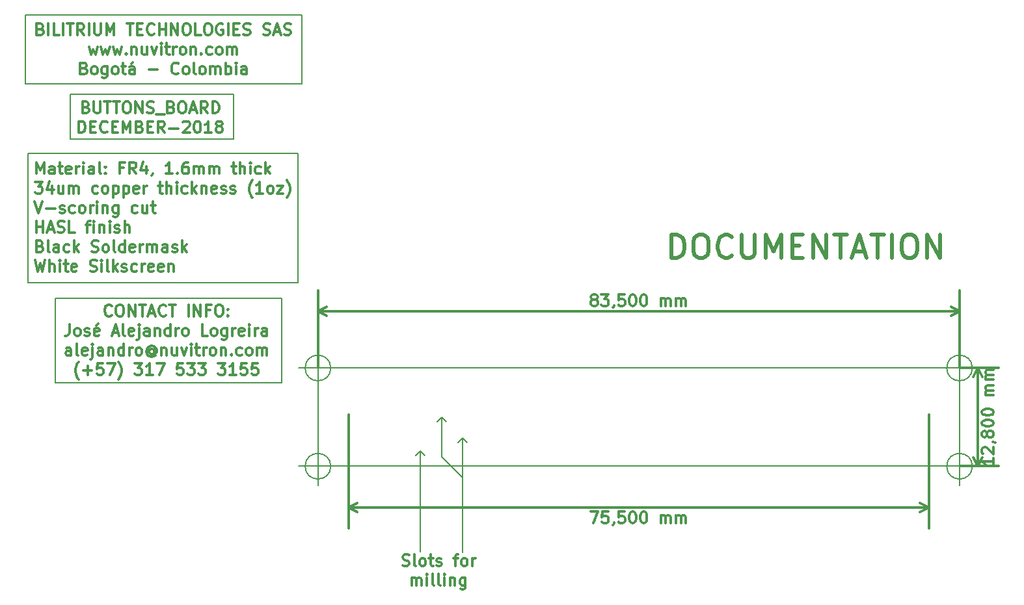
<source format=gbr>
G04 #@! TF.GenerationSoftware,KiCad,Pcbnew,(5.0.0)*
G04 #@! TF.CreationDate,2018-12-04T13:53:09-05:00*
G04 #@! TF.ProjectId,buttons_board,627574746F6E735F626F6172642E6B69,rev?*
G04 #@! TF.SameCoordinates,PX6c9f9e0PY6560260*
G04 #@! TF.FileFunction,Other,ECO1*
%FSLAX46Y46*%
G04 Gerber Fmt 4.6, Leading zero omitted, Abs format (unit mm)*
G04 Created by KiCad (PCBNEW (5.0.0)) date 12/04/18 13:53:09*
%MOMM*%
%LPD*%
G01*
G04 APERTURE LIST*
%ADD10C,0.200000*%
%ADD11C,0.300000*%
%ADD12C,0.500000*%
%ADD13C,0.150000*%
G04 APERTURE END LIST*
D10*
X-37700000Y40800000D02*
X-31000000Y40800000D01*
X-37700000Y23900000D02*
X-37700000Y40800000D01*
X-2600000Y23900000D02*
X-37700000Y23900000D01*
X-2600000Y40800000D02*
X-2600000Y23900000D01*
X-31000000Y40800000D02*
X-2600000Y40800000D01*
D11*
X-36647858Y38096429D02*
X-36647858Y39596429D01*
X-36147858Y38525000D01*
X-35647858Y39596429D01*
X-35647858Y38096429D01*
X-34290715Y38096429D02*
X-34290715Y38882143D01*
X-34362143Y39025000D01*
X-34505000Y39096429D01*
X-34790715Y39096429D01*
X-34933572Y39025000D01*
X-34290715Y38167858D02*
X-34433572Y38096429D01*
X-34790715Y38096429D01*
X-34933572Y38167858D01*
X-35005000Y38310715D01*
X-35005000Y38453572D01*
X-34933572Y38596429D01*
X-34790715Y38667858D01*
X-34433572Y38667858D01*
X-34290715Y38739286D01*
X-33790715Y39096429D02*
X-33219286Y39096429D01*
X-33576429Y39596429D02*
X-33576429Y38310715D01*
X-33505000Y38167858D01*
X-33362143Y38096429D01*
X-33219286Y38096429D01*
X-32147858Y38167858D02*
X-32290715Y38096429D01*
X-32576429Y38096429D01*
X-32719286Y38167858D01*
X-32790715Y38310715D01*
X-32790715Y38882143D01*
X-32719286Y39025000D01*
X-32576429Y39096429D01*
X-32290715Y39096429D01*
X-32147858Y39025000D01*
X-32076429Y38882143D01*
X-32076429Y38739286D01*
X-32790715Y38596429D01*
X-31433572Y38096429D02*
X-31433572Y39096429D01*
X-31433572Y38810715D02*
X-31362143Y38953572D01*
X-31290715Y39025000D01*
X-31147858Y39096429D01*
X-31005000Y39096429D01*
X-30505000Y38096429D02*
X-30505000Y39096429D01*
X-30505000Y39596429D02*
X-30576429Y39525000D01*
X-30505000Y39453572D01*
X-30433572Y39525000D01*
X-30505000Y39596429D01*
X-30505000Y39453572D01*
X-29147858Y38096429D02*
X-29147858Y38882143D01*
X-29219286Y39025000D01*
X-29362143Y39096429D01*
X-29647858Y39096429D01*
X-29790715Y39025000D01*
X-29147858Y38167858D02*
X-29290715Y38096429D01*
X-29647858Y38096429D01*
X-29790715Y38167858D01*
X-29862143Y38310715D01*
X-29862143Y38453572D01*
X-29790715Y38596429D01*
X-29647858Y38667858D01*
X-29290715Y38667858D01*
X-29147858Y38739286D01*
X-28219286Y38096429D02*
X-28362143Y38167858D01*
X-28433572Y38310715D01*
X-28433572Y39596429D01*
X-27647858Y38239286D02*
X-27576429Y38167858D01*
X-27647858Y38096429D01*
X-27719286Y38167858D01*
X-27647858Y38239286D01*
X-27647858Y38096429D01*
X-27647858Y39025000D02*
X-27576429Y38953572D01*
X-27647858Y38882143D01*
X-27719286Y38953572D01*
X-27647858Y39025000D01*
X-27647858Y38882143D01*
X-25290715Y38882143D02*
X-25790715Y38882143D01*
X-25790715Y38096429D02*
X-25790715Y39596429D01*
X-25076429Y39596429D01*
X-23647858Y38096429D02*
X-24147858Y38810715D01*
X-24505000Y38096429D02*
X-24505000Y39596429D01*
X-23933572Y39596429D01*
X-23790715Y39525000D01*
X-23719286Y39453572D01*
X-23647858Y39310715D01*
X-23647858Y39096429D01*
X-23719286Y38953572D01*
X-23790715Y38882143D01*
X-23933572Y38810715D01*
X-24505000Y38810715D01*
X-22362143Y39096429D02*
X-22362143Y38096429D01*
X-22719286Y39667858D02*
X-23076429Y38596429D01*
X-22147858Y38596429D01*
X-21505000Y38167858D02*
X-21505000Y38096429D01*
X-21576429Y37953572D01*
X-21647858Y37882143D01*
X-18933572Y38096429D02*
X-19790715Y38096429D01*
X-19362143Y38096429D02*
X-19362143Y39596429D01*
X-19505000Y39382143D01*
X-19647858Y39239286D01*
X-19790715Y39167858D01*
X-18290715Y38239286D02*
X-18219286Y38167858D01*
X-18290715Y38096429D01*
X-18362143Y38167858D01*
X-18290715Y38239286D01*
X-18290715Y38096429D01*
X-16933572Y39596429D02*
X-17219286Y39596429D01*
X-17362143Y39525000D01*
X-17433572Y39453572D01*
X-17576429Y39239286D01*
X-17647858Y38953572D01*
X-17647858Y38382143D01*
X-17576429Y38239286D01*
X-17505000Y38167858D01*
X-17362143Y38096429D01*
X-17076429Y38096429D01*
X-16933572Y38167858D01*
X-16862143Y38239286D01*
X-16790715Y38382143D01*
X-16790715Y38739286D01*
X-16862143Y38882143D01*
X-16933572Y38953572D01*
X-17076429Y39025000D01*
X-17362143Y39025000D01*
X-17505000Y38953572D01*
X-17576429Y38882143D01*
X-17647858Y38739286D01*
X-16147858Y38096429D02*
X-16147858Y39096429D01*
X-16147858Y38953572D02*
X-16076429Y39025000D01*
X-15933572Y39096429D01*
X-15719286Y39096429D01*
X-15576429Y39025000D01*
X-15505000Y38882143D01*
X-15505000Y38096429D01*
X-15505000Y38882143D02*
X-15433572Y39025000D01*
X-15290715Y39096429D01*
X-15076429Y39096429D01*
X-14933572Y39025000D01*
X-14862143Y38882143D01*
X-14862143Y38096429D01*
X-14147858Y38096429D02*
X-14147858Y39096429D01*
X-14147858Y38953572D02*
X-14076429Y39025000D01*
X-13933572Y39096429D01*
X-13719286Y39096429D01*
X-13576429Y39025000D01*
X-13505000Y38882143D01*
X-13505000Y38096429D01*
X-13505000Y38882143D02*
X-13433572Y39025000D01*
X-13290715Y39096429D01*
X-13076429Y39096429D01*
X-12933572Y39025000D01*
X-12862143Y38882143D01*
X-12862143Y38096429D01*
X-11219286Y39096429D02*
X-10647858Y39096429D01*
X-11005000Y39596429D02*
X-11005000Y38310715D01*
X-10933572Y38167858D01*
X-10790715Y38096429D01*
X-10647858Y38096429D01*
X-10147858Y38096429D02*
X-10147858Y39596429D01*
X-9505000Y38096429D02*
X-9505000Y38882143D01*
X-9576429Y39025000D01*
X-9719286Y39096429D01*
X-9933572Y39096429D01*
X-10076429Y39025000D01*
X-10147858Y38953572D01*
X-8790715Y38096429D02*
X-8790715Y39096429D01*
X-8790715Y39596429D02*
X-8862143Y39525000D01*
X-8790715Y39453572D01*
X-8719286Y39525000D01*
X-8790715Y39596429D01*
X-8790715Y39453572D01*
X-7433572Y38167858D02*
X-7576429Y38096429D01*
X-7862143Y38096429D01*
X-8005000Y38167858D01*
X-8076429Y38239286D01*
X-8147858Y38382143D01*
X-8147858Y38810715D01*
X-8076429Y38953572D01*
X-8005000Y39025000D01*
X-7862143Y39096429D01*
X-7576429Y39096429D01*
X-7433572Y39025000D01*
X-6790715Y38096429D02*
X-6790715Y39596429D01*
X-6647858Y38667858D02*
X-6219286Y38096429D01*
X-6219286Y39096429D02*
X-6790715Y38525000D01*
X-36790715Y37046429D02*
X-35862143Y37046429D01*
X-36362143Y36475000D01*
X-36147858Y36475000D01*
X-36005000Y36403572D01*
X-35933572Y36332143D01*
X-35862143Y36189286D01*
X-35862143Y35832143D01*
X-35933572Y35689286D01*
X-36005000Y35617858D01*
X-36147858Y35546429D01*
X-36576429Y35546429D01*
X-36719286Y35617858D01*
X-36790715Y35689286D01*
X-34576429Y36546429D02*
X-34576429Y35546429D01*
X-34933572Y37117858D02*
X-35290715Y36046429D01*
X-34362143Y36046429D01*
X-33147858Y36546429D02*
X-33147858Y35546429D01*
X-33790715Y36546429D02*
X-33790715Y35760715D01*
X-33719286Y35617858D01*
X-33576429Y35546429D01*
X-33362143Y35546429D01*
X-33219286Y35617858D01*
X-33147858Y35689286D01*
X-32433572Y35546429D02*
X-32433572Y36546429D01*
X-32433572Y36403572D02*
X-32362143Y36475000D01*
X-32219286Y36546429D01*
X-32005000Y36546429D01*
X-31862143Y36475000D01*
X-31790715Y36332143D01*
X-31790715Y35546429D01*
X-31790715Y36332143D02*
X-31719286Y36475000D01*
X-31576429Y36546429D01*
X-31362143Y36546429D01*
X-31219286Y36475000D01*
X-31147858Y36332143D01*
X-31147858Y35546429D01*
X-28647858Y35617858D02*
X-28790715Y35546429D01*
X-29076429Y35546429D01*
X-29219286Y35617858D01*
X-29290715Y35689286D01*
X-29362143Y35832143D01*
X-29362143Y36260715D01*
X-29290715Y36403572D01*
X-29219286Y36475000D01*
X-29076429Y36546429D01*
X-28790715Y36546429D01*
X-28647858Y36475000D01*
X-27790715Y35546429D02*
X-27933572Y35617858D01*
X-28005000Y35689286D01*
X-28076429Y35832143D01*
X-28076429Y36260715D01*
X-28005000Y36403572D01*
X-27933572Y36475000D01*
X-27790715Y36546429D01*
X-27576429Y36546429D01*
X-27433572Y36475000D01*
X-27362143Y36403572D01*
X-27290715Y36260715D01*
X-27290715Y35832143D01*
X-27362143Y35689286D01*
X-27433572Y35617858D01*
X-27576429Y35546429D01*
X-27790715Y35546429D01*
X-26647858Y36546429D02*
X-26647858Y35046429D01*
X-26647858Y36475000D02*
X-26505000Y36546429D01*
X-26219286Y36546429D01*
X-26076429Y36475000D01*
X-26005000Y36403572D01*
X-25933572Y36260715D01*
X-25933572Y35832143D01*
X-26005000Y35689286D01*
X-26076429Y35617858D01*
X-26219286Y35546429D01*
X-26505000Y35546429D01*
X-26647858Y35617858D01*
X-25290715Y36546429D02*
X-25290715Y35046429D01*
X-25290715Y36475000D02*
X-25147858Y36546429D01*
X-24862143Y36546429D01*
X-24719286Y36475000D01*
X-24647858Y36403572D01*
X-24576429Y36260715D01*
X-24576429Y35832143D01*
X-24647858Y35689286D01*
X-24719286Y35617858D01*
X-24862143Y35546429D01*
X-25147858Y35546429D01*
X-25290715Y35617858D01*
X-23362143Y35617858D02*
X-23505000Y35546429D01*
X-23790715Y35546429D01*
X-23933572Y35617858D01*
X-24005000Y35760715D01*
X-24005000Y36332143D01*
X-23933572Y36475000D01*
X-23790715Y36546429D01*
X-23505000Y36546429D01*
X-23362143Y36475000D01*
X-23290715Y36332143D01*
X-23290715Y36189286D01*
X-24005000Y36046429D01*
X-22647858Y35546429D02*
X-22647858Y36546429D01*
X-22647858Y36260715D02*
X-22576429Y36403572D01*
X-22505000Y36475000D01*
X-22362143Y36546429D01*
X-22219286Y36546429D01*
X-20790715Y36546429D02*
X-20219286Y36546429D01*
X-20576429Y37046429D02*
X-20576429Y35760715D01*
X-20505000Y35617858D01*
X-20362143Y35546429D01*
X-20219286Y35546429D01*
X-19719286Y35546429D02*
X-19719286Y37046429D01*
X-19076429Y35546429D02*
X-19076429Y36332143D01*
X-19147858Y36475000D01*
X-19290715Y36546429D01*
X-19505000Y36546429D01*
X-19647858Y36475000D01*
X-19719286Y36403572D01*
X-18362143Y35546429D02*
X-18362143Y36546429D01*
X-18362143Y37046429D02*
X-18433572Y36975000D01*
X-18362143Y36903572D01*
X-18290715Y36975000D01*
X-18362143Y37046429D01*
X-18362143Y36903572D01*
X-17005000Y35617858D02*
X-17147858Y35546429D01*
X-17433572Y35546429D01*
X-17576429Y35617858D01*
X-17647858Y35689286D01*
X-17719286Y35832143D01*
X-17719286Y36260715D01*
X-17647858Y36403572D01*
X-17576429Y36475000D01*
X-17433572Y36546429D01*
X-17147858Y36546429D01*
X-17005000Y36475000D01*
X-16362143Y35546429D02*
X-16362143Y37046429D01*
X-16219286Y36117858D02*
X-15790715Y35546429D01*
X-15790715Y36546429D02*
X-16362143Y35975000D01*
X-15147858Y36546429D02*
X-15147858Y35546429D01*
X-15147858Y36403572D02*
X-15076429Y36475000D01*
X-14933572Y36546429D01*
X-14719286Y36546429D01*
X-14576429Y36475000D01*
X-14505000Y36332143D01*
X-14505000Y35546429D01*
X-13219286Y35617858D02*
X-13362143Y35546429D01*
X-13647858Y35546429D01*
X-13790715Y35617858D01*
X-13862143Y35760715D01*
X-13862143Y36332143D01*
X-13790715Y36475000D01*
X-13647858Y36546429D01*
X-13362143Y36546429D01*
X-13219286Y36475000D01*
X-13147858Y36332143D01*
X-13147858Y36189286D01*
X-13862143Y36046429D01*
X-12576429Y35617858D02*
X-12433572Y35546429D01*
X-12147858Y35546429D01*
X-12005000Y35617858D01*
X-11933572Y35760715D01*
X-11933572Y35832143D01*
X-12005000Y35975000D01*
X-12147858Y36046429D01*
X-12362143Y36046429D01*
X-12505000Y36117858D01*
X-12576429Y36260715D01*
X-12576429Y36332143D01*
X-12505000Y36475000D01*
X-12362143Y36546429D01*
X-12147858Y36546429D01*
X-12005000Y36475000D01*
X-11362143Y35617858D02*
X-11219286Y35546429D01*
X-10933572Y35546429D01*
X-10790715Y35617858D01*
X-10719286Y35760715D01*
X-10719286Y35832143D01*
X-10790715Y35975000D01*
X-10933572Y36046429D01*
X-11147858Y36046429D01*
X-11290715Y36117858D01*
X-11362143Y36260715D01*
X-11362143Y36332143D01*
X-11290715Y36475000D01*
X-11147858Y36546429D01*
X-10933572Y36546429D01*
X-10790715Y36475000D01*
X-8505000Y34975000D02*
X-8576429Y35046429D01*
X-8719286Y35260715D01*
X-8790715Y35403572D01*
X-8862143Y35617858D01*
X-8933572Y35975000D01*
X-8933572Y36260715D01*
X-8862143Y36617858D01*
X-8790715Y36832143D01*
X-8719286Y36975000D01*
X-8576429Y37189286D01*
X-8505000Y37260715D01*
X-7147858Y35546429D02*
X-8005000Y35546429D01*
X-7576429Y35546429D02*
X-7576429Y37046429D01*
X-7719286Y36832143D01*
X-7862143Y36689286D01*
X-8005000Y36617858D01*
X-6290715Y35546429D02*
X-6433572Y35617858D01*
X-6505000Y35689286D01*
X-6576429Y35832143D01*
X-6576429Y36260715D01*
X-6505000Y36403572D01*
X-6433572Y36475000D01*
X-6290715Y36546429D01*
X-6076429Y36546429D01*
X-5933572Y36475000D01*
X-5862143Y36403572D01*
X-5790715Y36260715D01*
X-5790715Y35832143D01*
X-5862143Y35689286D01*
X-5933572Y35617858D01*
X-6076429Y35546429D01*
X-6290715Y35546429D01*
X-5290715Y36546429D02*
X-4505000Y36546429D01*
X-5290715Y35546429D01*
X-4505000Y35546429D01*
X-4076429Y34975000D02*
X-4005000Y35046429D01*
X-3862143Y35260715D01*
X-3790715Y35403572D01*
X-3719286Y35617858D01*
X-3647858Y35975000D01*
X-3647858Y36260715D01*
X-3719286Y36617858D01*
X-3790715Y36832143D01*
X-3862143Y36975000D01*
X-4005000Y37189286D01*
X-4076429Y37260715D01*
X-36862143Y34496429D02*
X-36362143Y32996429D01*
X-35862143Y34496429D01*
X-35362143Y33567858D02*
X-34219286Y33567858D01*
X-33576429Y33067858D02*
X-33433572Y32996429D01*
X-33147858Y32996429D01*
X-33005000Y33067858D01*
X-32933572Y33210715D01*
X-32933572Y33282143D01*
X-33005000Y33425000D01*
X-33147858Y33496429D01*
X-33362143Y33496429D01*
X-33505000Y33567858D01*
X-33576429Y33710715D01*
X-33576429Y33782143D01*
X-33505000Y33925000D01*
X-33362143Y33996429D01*
X-33147858Y33996429D01*
X-33005000Y33925000D01*
X-31647858Y33067858D02*
X-31790715Y32996429D01*
X-32076429Y32996429D01*
X-32219286Y33067858D01*
X-32290715Y33139286D01*
X-32362143Y33282143D01*
X-32362143Y33710715D01*
X-32290715Y33853572D01*
X-32219286Y33925000D01*
X-32076429Y33996429D01*
X-31790715Y33996429D01*
X-31647858Y33925000D01*
X-30790715Y32996429D02*
X-30933572Y33067858D01*
X-31005000Y33139286D01*
X-31076429Y33282143D01*
X-31076429Y33710715D01*
X-31005000Y33853572D01*
X-30933572Y33925000D01*
X-30790715Y33996429D01*
X-30576429Y33996429D01*
X-30433572Y33925000D01*
X-30362143Y33853572D01*
X-30290715Y33710715D01*
X-30290715Y33282143D01*
X-30362143Y33139286D01*
X-30433572Y33067858D01*
X-30576429Y32996429D01*
X-30790715Y32996429D01*
X-29647858Y32996429D02*
X-29647858Y33996429D01*
X-29647858Y33710715D02*
X-29576429Y33853572D01*
X-29505000Y33925000D01*
X-29362143Y33996429D01*
X-29219286Y33996429D01*
X-28719286Y32996429D02*
X-28719286Y33996429D01*
X-28719286Y34496429D02*
X-28790715Y34425000D01*
X-28719286Y34353572D01*
X-28647858Y34425000D01*
X-28719286Y34496429D01*
X-28719286Y34353572D01*
X-28005000Y33996429D02*
X-28005000Y32996429D01*
X-28005000Y33853572D02*
X-27933572Y33925000D01*
X-27790715Y33996429D01*
X-27576429Y33996429D01*
X-27433572Y33925000D01*
X-27362143Y33782143D01*
X-27362143Y32996429D01*
X-26005000Y33996429D02*
X-26005000Y32782143D01*
X-26076429Y32639286D01*
X-26147858Y32567858D01*
X-26290715Y32496429D01*
X-26505000Y32496429D01*
X-26647858Y32567858D01*
X-26005000Y33067858D02*
X-26147858Y32996429D01*
X-26433572Y32996429D01*
X-26576429Y33067858D01*
X-26647858Y33139286D01*
X-26719286Y33282143D01*
X-26719286Y33710715D01*
X-26647858Y33853572D01*
X-26576429Y33925000D01*
X-26433572Y33996429D01*
X-26147858Y33996429D01*
X-26005000Y33925000D01*
X-23505000Y33067858D02*
X-23647858Y32996429D01*
X-23933572Y32996429D01*
X-24076429Y33067858D01*
X-24147858Y33139286D01*
X-24219286Y33282143D01*
X-24219286Y33710715D01*
X-24147858Y33853572D01*
X-24076429Y33925000D01*
X-23933572Y33996429D01*
X-23647858Y33996429D01*
X-23505000Y33925000D01*
X-22219286Y33996429D02*
X-22219286Y32996429D01*
X-22862143Y33996429D02*
X-22862143Y33210715D01*
X-22790715Y33067858D01*
X-22647858Y32996429D01*
X-22433572Y32996429D01*
X-22290715Y33067858D01*
X-22219286Y33139286D01*
X-21719286Y33996429D02*
X-21147858Y33996429D01*
X-21505000Y34496429D02*
X-21505000Y33210715D01*
X-21433572Y33067858D01*
X-21290715Y32996429D01*
X-21147858Y32996429D01*
X-36647858Y30446429D02*
X-36647858Y31946429D01*
X-36647858Y31232143D02*
X-35790715Y31232143D01*
X-35790715Y30446429D02*
X-35790715Y31946429D01*
X-35147858Y30875000D02*
X-34433572Y30875000D01*
X-35290715Y30446429D02*
X-34790715Y31946429D01*
X-34290715Y30446429D01*
X-33862143Y30517858D02*
X-33647858Y30446429D01*
X-33290715Y30446429D01*
X-33147858Y30517858D01*
X-33076429Y30589286D01*
X-33005000Y30732143D01*
X-33005000Y30875000D01*
X-33076429Y31017858D01*
X-33147858Y31089286D01*
X-33290715Y31160715D01*
X-33576429Y31232143D01*
X-33719286Y31303572D01*
X-33790715Y31375000D01*
X-33862143Y31517858D01*
X-33862143Y31660715D01*
X-33790715Y31803572D01*
X-33719286Y31875000D01*
X-33576429Y31946429D01*
X-33219286Y31946429D01*
X-33005000Y31875000D01*
X-31647858Y30446429D02*
X-32362143Y30446429D01*
X-32362143Y31946429D01*
X-30219286Y31446429D02*
X-29647858Y31446429D01*
X-30005000Y30446429D02*
X-30005000Y31732143D01*
X-29933572Y31875000D01*
X-29790715Y31946429D01*
X-29647858Y31946429D01*
X-29147858Y30446429D02*
X-29147858Y31446429D01*
X-29147858Y31946429D02*
X-29219286Y31875000D01*
X-29147858Y31803572D01*
X-29076429Y31875000D01*
X-29147858Y31946429D01*
X-29147858Y31803572D01*
X-28433572Y31446429D02*
X-28433572Y30446429D01*
X-28433572Y31303572D02*
X-28362143Y31375000D01*
X-28219286Y31446429D01*
X-28005000Y31446429D01*
X-27862143Y31375000D01*
X-27790715Y31232143D01*
X-27790715Y30446429D01*
X-27076429Y30446429D02*
X-27076429Y31446429D01*
X-27076429Y31946429D02*
X-27147858Y31875000D01*
X-27076429Y31803572D01*
X-27005000Y31875000D01*
X-27076429Y31946429D01*
X-27076429Y31803572D01*
X-26433572Y30517858D02*
X-26290715Y30446429D01*
X-26005000Y30446429D01*
X-25862143Y30517858D01*
X-25790715Y30660715D01*
X-25790715Y30732143D01*
X-25862143Y30875000D01*
X-26005000Y30946429D01*
X-26219286Y30946429D01*
X-26362143Y31017858D01*
X-26433572Y31160715D01*
X-26433572Y31232143D01*
X-26362143Y31375000D01*
X-26219286Y31446429D01*
X-26005000Y31446429D01*
X-25862143Y31375000D01*
X-25147858Y30446429D02*
X-25147858Y31946429D01*
X-24505000Y30446429D02*
X-24505000Y31232143D01*
X-24576429Y31375000D01*
X-24719286Y31446429D01*
X-24933572Y31446429D01*
X-25076429Y31375000D01*
X-25147858Y31303572D01*
X-36147858Y28682143D02*
X-35933572Y28610715D01*
X-35862143Y28539286D01*
X-35790715Y28396429D01*
X-35790715Y28182143D01*
X-35862143Y28039286D01*
X-35933572Y27967858D01*
X-36076429Y27896429D01*
X-36647858Y27896429D01*
X-36647858Y29396429D01*
X-36147858Y29396429D01*
X-36005000Y29325000D01*
X-35933572Y29253572D01*
X-35862143Y29110715D01*
X-35862143Y28967858D01*
X-35933572Y28825000D01*
X-36005000Y28753572D01*
X-36147858Y28682143D01*
X-36647858Y28682143D01*
X-34933572Y27896429D02*
X-35076429Y27967858D01*
X-35147858Y28110715D01*
X-35147858Y29396429D01*
X-33719286Y27896429D02*
X-33719286Y28682143D01*
X-33790715Y28825000D01*
X-33933572Y28896429D01*
X-34219286Y28896429D01*
X-34362143Y28825000D01*
X-33719286Y27967858D02*
X-33862143Y27896429D01*
X-34219286Y27896429D01*
X-34362143Y27967858D01*
X-34433572Y28110715D01*
X-34433572Y28253572D01*
X-34362143Y28396429D01*
X-34219286Y28467858D01*
X-33862143Y28467858D01*
X-33719286Y28539286D01*
X-32362143Y27967858D02*
X-32505000Y27896429D01*
X-32790715Y27896429D01*
X-32933572Y27967858D01*
X-33005000Y28039286D01*
X-33076429Y28182143D01*
X-33076429Y28610715D01*
X-33005000Y28753572D01*
X-32933572Y28825000D01*
X-32790715Y28896429D01*
X-32505000Y28896429D01*
X-32362143Y28825000D01*
X-31719286Y27896429D02*
X-31719286Y29396429D01*
X-31576429Y28467858D02*
X-31147858Y27896429D01*
X-31147858Y28896429D02*
X-31719286Y28325000D01*
X-29433572Y27967858D02*
X-29219286Y27896429D01*
X-28862143Y27896429D01*
X-28719286Y27967858D01*
X-28647858Y28039286D01*
X-28576429Y28182143D01*
X-28576429Y28325000D01*
X-28647858Y28467858D01*
X-28719286Y28539286D01*
X-28862143Y28610715D01*
X-29147858Y28682143D01*
X-29290715Y28753572D01*
X-29362143Y28825000D01*
X-29433572Y28967858D01*
X-29433572Y29110715D01*
X-29362143Y29253572D01*
X-29290715Y29325000D01*
X-29147858Y29396429D01*
X-28790715Y29396429D01*
X-28576429Y29325000D01*
X-27719286Y27896429D02*
X-27862143Y27967858D01*
X-27933572Y28039286D01*
X-28005000Y28182143D01*
X-28005000Y28610715D01*
X-27933572Y28753572D01*
X-27862143Y28825000D01*
X-27719286Y28896429D01*
X-27505000Y28896429D01*
X-27362143Y28825000D01*
X-27290715Y28753572D01*
X-27219286Y28610715D01*
X-27219286Y28182143D01*
X-27290715Y28039286D01*
X-27362143Y27967858D01*
X-27505000Y27896429D01*
X-27719286Y27896429D01*
X-26362143Y27896429D02*
X-26505000Y27967858D01*
X-26576429Y28110715D01*
X-26576429Y29396429D01*
X-25147858Y27896429D02*
X-25147858Y29396429D01*
X-25147858Y27967858D02*
X-25290715Y27896429D01*
X-25576429Y27896429D01*
X-25719286Y27967858D01*
X-25790715Y28039286D01*
X-25862143Y28182143D01*
X-25862143Y28610715D01*
X-25790715Y28753572D01*
X-25719286Y28825000D01*
X-25576429Y28896429D01*
X-25290715Y28896429D01*
X-25147858Y28825000D01*
X-23862143Y27967858D02*
X-24005000Y27896429D01*
X-24290715Y27896429D01*
X-24433572Y27967858D01*
X-24505000Y28110715D01*
X-24505000Y28682143D01*
X-24433572Y28825000D01*
X-24290715Y28896429D01*
X-24005000Y28896429D01*
X-23862143Y28825000D01*
X-23790715Y28682143D01*
X-23790715Y28539286D01*
X-24505000Y28396429D01*
X-23147858Y27896429D02*
X-23147858Y28896429D01*
X-23147858Y28610715D02*
X-23076429Y28753572D01*
X-23005000Y28825000D01*
X-22862143Y28896429D01*
X-22719286Y28896429D01*
X-22219286Y27896429D02*
X-22219286Y28896429D01*
X-22219286Y28753572D02*
X-22147858Y28825000D01*
X-22005000Y28896429D01*
X-21790715Y28896429D01*
X-21647858Y28825000D01*
X-21576429Y28682143D01*
X-21576429Y27896429D01*
X-21576429Y28682143D02*
X-21505000Y28825000D01*
X-21362143Y28896429D01*
X-21147858Y28896429D01*
X-21005000Y28825000D01*
X-20933572Y28682143D01*
X-20933572Y27896429D01*
X-19576429Y27896429D02*
X-19576429Y28682143D01*
X-19647858Y28825000D01*
X-19790715Y28896429D01*
X-20076429Y28896429D01*
X-20219286Y28825000D01*
X-19576429Y27967858D02*
X-19719286Y27896429D01*
X-20076429Y27896429D01*
X-20219286Y27967858D01*
X-20290715Y28110715D01*
X-20290715Y28253572D01*
X-20219286Y28396429D01*
X-20076429Y28467858D01*
X-19719286Y28467858D01*
X-19576429Y28539286D01*
X-18933572Y27967858D02*
X-18790715Y27896429D01*
X-18505000Y27896429D01*
X-18362143Y27967858D01*
X-18290715Y28110715D01*
X-18290715Y28182143D01*
X-18362143Y28325000D01*
X-18505000Y28396429D01*
X-18719286Y28396429D01*
X-18862143Y28467858D01*
X-18933572Y28610715D01*
X-18933572Y28682143D01*
X-18862143Y28825000D01*
X-18719286Y28896429D01*
X-18505000Y28896429D01*
X-18362143Y28825000D01*
X-17647858Y27896429D02*
X-17647858Y29396429D01*
X-17505000Y28467858D02*
X-17076429Y27896429D01*
X-17076429Y28896429D02*
X-17647858Y28325000D01*
X-36790715Y26846429D02*
X-36433572Y25346429D01*
X-36147858Y26417858D01*
X-35862143Y25346429D01*
X-35505000Y26846429D01*
X-34933572Y25346429D02*
X-34933572Y26846429D01*
X-34290715Y25346429D02*
X-34290715Y26132143D01*
X-34362143Y26275000D01*
X-34505000Y26346429D01*
X-34719286Y26346429D01*
X-34862143Y26275000D01*
X-34933572Y26203572D01*
X-33576429Y25346429D02*
X-33576429Y26346429D01*
X-33576429Y26846429D02*
X-33647858Y26775000D01*
X-33576429Y26703572D01*
X-33505000Y26775000D01*
X-33576429Y26846429D01*
X-33576429Y26703572D01*
X-33076429Y26346429D02*
X-32505000Y26346429D01*
X-32862143Y26846429D02*
X-32862143Y25560715D01*
X-32790715Y25417858D01*
X-32647858Y25346429D01*
X-32505000Y25346429D01*
X-31433572Y25417858D02*
X-31576429Y25346429D01*
X-31862143Y25346429D01*
X-32005000Y25417858D01*
X-32076429Y25560715D01*
X-32076429Y26132143D01*
X-32005000Y26275000D01*
X-31862143Y26346429D01*
X-31576429Y26346429D01*
X-31433572Y26275000D01*
X-31362143Y26132143D01*
X-31362143Y25989286D01*
X-32076429Y25846429D01*
X-29647858Y25417858D02*
X-29433572Y25346429D01*
X-29076429Y25346429D01*
X-28933572Y25417858D01*
X-28862143Y25489286D01*
X-28790715Y25632143D01*
X-28790715Y25775000D01*
X-28862143Y25917858D01*
X-28933572Y25989286D01*
X-29076429Y26060715D01*
X-29362143Y26132143D01*
X-29505000Y26203572D01*
X-29576429Y26275000D01*
X-29647858Y26417858D01*
X-29647858Y26560715D01*
X-29576429Y26703572D01*
X-29505000Y26775000D01*
X-29362143Y26846429D01*
X-29005000Y26846429D01*
X-28790715Y26775000D01*
X-28147858Y25346429D02*
X-28147858Y26346429D01*
X-28147858Y26846429D02*
X-28219286Y26775000D01*
X-28147858Y26703572D01*
X-28076429Y26775000D01*
X-28147858Y26846429D01*
X-28147858Y26703572D01*
X-27219286Y25346429D02*
X-27362143Y25417858D01*
X-27433572Y25560715D01*
X-27433572Y26846429D01*
X-26647858Y25346429D02*
X-26647858Y26846429D01*
X-26505000Y25917858D02*
X-26076429Y25346429D01*
X-26076429Y26346429D02*
X-26647858Y25775000D01*
X-25505000Y25417858D02*
X-25362143Y25346429D01*
X-25076429Y25346429D01*
X-24933572Y25417858D01*
X-24862143Y25560715D01*
X-24862143Y25632143D01*
X-24933572Y25775000D01*
X-25076429Y25846429D01*
X-25290715Y25846429D01*
X-25433572Y25917858D01*
X-25505000Y26060715D01*
X-25505000Y26132143D01*
X-25433572Y26275000D01*
X-25290715Y26346429D01*
X-25076429Y26346429D01*
X-24933572Y26275000D01*
X-23576429Y25417858D02*
X-23719286Y25346429D01*
X-24005000Y25346429D01*
X-24147858Y25417858D01*
X-24219286Y25489286D01*
X-24290715Y25632143D01*
X-24290715Y26060715D01*
X-24219286Y26203572D01*
X-24147858Y26275000D01*
X-24005000Y26346429D01*
X-23719286Y26346429D01*
X-23576429Y26275000D01*
X-22933572Y25346429D02*
X-22933572Y26346429D01*
X-22933572Y26060715D02*
X-22862143Y26203572D01*
X-22790715Y26275000D01*
X-22647858Y26346429D01*
X-22505000Y26346429D01*
X-21433572Y25417858D02*
X-21576429Y25346429D01*
X-21862143Y25346429D01*
X-22005000Y25417858D01*
X-22076429Y25560715D01*
X-22076429Y26132143D01*
X-22005000Y26275000D01*
X-21862143Y26346429D01*
X-21576429Y26346429D01*
X-21433572Y26275000D01*
X-21362143Y26132143D01*
X-21362143Y25989286D01*
X-22076429Y25846429D01*
X-20147858Y25417858D02*
X-20290715Y25346429D01*
X-20576429Y25346429D01*
X-20719286Y25417858D01*
X-20790715Y25560715D01*
X-20790715Y26132143D01*
X-20719286Y26275000D01*
X-20576429Y26346429D01*
X-20290715Y26346429D01*
X-20147858Y26275000D01*
X-20076429Y26132143D01*
X-20076429Y25989286D01*
X-20790715Y25846429D01*
X-19433572Y26346429D02*
X-19433572Y25346429D01*
X-19433572Y26203572D02*
X-19362143Y26275000D01*
X-19219286Y26346429D01*
X-19005000Y26346429D01*
X-18862143Y26275000D01*
X-18790715Y26132143D01*
X-18790715Y25346429D01*
D10*
X-32200000Y48500000D02*
X-26700000Y48500000D01*
X-32200000Y42600000D02*
X-32200000Y48500000D01*
X-11000000Y42600000D02*
X-32200000Y42600000D01*
X-11000000Y48500000D02*
X-11000000Y42600000D01*
X-26700000Y48500000D02*
X-11000000Y48500000D01*
D11*
X-30157143Y46782143D02*
X-29942858Y46710715D01*
X-29871429Y46639286D01*
X-29800000Y46496429D01*
X-29800000Y46282143D01*
X-29871429Y46139286D01*
X-29942858Y46067858D01*
X-30085715Y45996429D01*
X-30657143Y45996429D01*
X-30657143Y47496429D01*
X-30157143Y47496429D01*
X-30014286Y47425000D01*
X-29942858Y47353572D01*
X-29871429Y47210715D01*
X-29871429Y47067858D01*
X-29942858Y46925000D01*
X-30014286Y46853572D01*
X-30157143Y46782143D01*
X-30657143Y46782143D01*
X-29157143Y47496429D02*
X-29157143Y46282143D01*
X-29085715Y46139286D01*
X-29014286Y46067858D01*
X-28871429Y45996429D01*
X-28585715Y45996429D01*
X-28442858Y46067858D01*
X-28371429Y46139286D01*
X-28300000Y46282143D01*
X-28300000Y47496429D01*
X-27800000Y47496429D02*
X-26942858Y47496429D01*
X-27371429Y45996429D02*
X-27371429Y47496429D01*
X-26657143Y47496429D02*
X-25800000Y47496429D01*
X-26228572Y45996429D02*
X-26228572Y47496429D01*
X-25014286Y47496429D02*
X-24728572Y47496429D01*
X-24585715Y47425000D01*
X-24442858Y47282143D01*
X-24371429Y46996429D01*
X-24371429Y46496429D01*
X-24442858Y46210715D01*
X-24585715Y46067858D01*
X-24728572Y45996429D01*
X-25014286Y45996429D01*
X-25157143Y46067858D01*
X-25300000Y46210715D01*
X-25371429Y46496429D01*
X-25371429Y46996429D01*
X-25300000Y47282143D01*
X-25157143Y47425000D01*
X-25014286Y47496429D01*
X-23728572Y45996429D02*
X-23728572Y47496429D01*
X-22871429Y45996429D01*
X-22871429Y47496429D01*
X-22228572Y46067858D02*
X-22014286Y45996429D01*
X-21657143Y45996429D01*
X-21514286Y46067858D01*
X-21442858Y46139286D01*
X-21371429Y46282143D01*
X-21371429Y46425000D01*
X-21442858Y46567858D01*
X-21514286Y46639286D01*
X-21657143Y46710715D01*
X-21942858Y46782143D01*
X-22085715Y46853572D01*
X-22157143Y46925000D01*
X-22228572Y47067858D01*
X-22228572Y47210715D01*
X-22157143Y47353572D01*
X-22085715Y47425000D01*
X-21942858Y47496429D01*
X-21585715Y47496429D01*
X-21371429Y47425000D01*
X-21085715Y45853572D02*
X-19942858Y45853572D01*
X-19085715Y46782143D02*
X-18871429Y46710715D01*
X-18800000Y46639286D01*
X-18728572Y46496429D01*
X-18728572Y46282143D01*
X-18800000Y46139286D01*
X-18871429Y46067858D01*
X-19014286Y45996429D01*
X-19585715Y45996429D01*
X-19585715Y47496429D01*
X-19085715Y47496429D01*
X-18942858Y47425000D01*
X-18871429Y47353572D01*
X-18800000Y47210715D01*
X-18800000Y47067858D01*
X-18871429Y46925000D01*
X-18942858Y46853572D01*
X-19085715Y46782143D01*
X-19585715Y46782143D01*
X-17800000Y47496429D02*
X-17514286Y47496429D01*
X-17371429Y47425000D01*
X-17228572Y47282143D01*
X-17157143Y46996429D01*
X-17157143Y46496429D01*
X-17228572Y46210715D01*
X-17371429Y46067858D01*
X-17514286Y45996429D01*
X-17800000Y45996429D01*
X-17942858Y46067858D01*
X-18085715Y46210715D01*
X-18157143Y46496429D01*
X-18157143Y46996429D01*
X-18085715Y47282143D01*
X-17942858Y47425000D01*
X-17800000Y47496429D01*
X-16585715Y46425000D02*
X-15871429Y46425000D01*
X-16728572Y45996429D02*
X-16228572Y47496429D01*
X-15728572Y45996429D01*
X-14371429Y45996429D02*
X-14871429Y46710715D01*
X-15228572Y45996429D02*
X-15228572Y47496429D01*
X-14657143Y47496429D01*
X-14514286Y47425000D01*
X-14442858Y47353572D01*
X-14371429Y47210715D01*
X-14371429Y46996429D01*
X-14442858Y46853572D01*
X-14514286Y46782143D01*
X-14657143Y46710715D01*
X-15228572Y46710715D01*
X-13728572Y45996429D02*
X-13728572Y47496429D01*
X-13371429Y47496429D01*
X-13157143Y47425000D01*
X-13014286Y47282143D01*
X-12942858Y47139286D01*
X-12871429Y46853572D01*
X-12871429Y46639286D01*
X-12942858Y46353572D01*
X-13014286Y46210715D01*
X-13157143Y46067858D01*
X-13371429Y45996429D01*
X-13728572Y45996429D01*
X-31121429Y43446429D02*
X-31121429Y44946429D01*
X-30764286Y44946429D01*
X-30550000Y44875000D01*
X-30407143Y44732143D01*
X-30335715Y44589286D01*
X-30264286Y44303572D01*
X-30264286Y44089286D01*
X-30335715Y43803572D01*
X-30407143Y43660715D01*
X-30550000Y43517858D01*
X-30764286Y43446429D01*
X-31121429Y43446429D01*
X-29621429Y44232143D02*
X-29121429Y44232143D01*
X-28907143Y43446429D02*
X-29621429Y43446429D01*
X-29621429Y44946429D01*
X-28907143Y44946429D01*
X-27407143Y43589286D02*
X-27478572Y43517858D01*
X-27692858Y43446429D01*
X-27835715Y43446429D01*
X-28050000Y43517858D01*
X-28192858Y43660715D01*
X-28264286Y43803572D01*
X-28335715Y44089286D01*
X-28335715Y44303572D01*
X-28264286Y44589286D01*
X-28192858Y44732143D01*
X-28050000Y44875000D01*
X-27835715Y44946429D01*
X-27692858Y44946429D01*
X-27478572Y44875000D01*
X-27407143Y44803572D01*
X-26764286Y44232143D02*
X-26264286Y44232143D01*
X-26050000Y43446429D02*
X-26764286Y43446429D01*
X-26764286Y44946429D01*
X-26050000Y44946429D01*
X-25407143Y43446429D02*
X-25407143Y44946429D01*
X-24907143Y43875000D01*
X-24407143Y44946429D01*
X-24407143Y43446429D01*
X-23192858Y44232143D02*
X-22978572Y44160715D01*
X-22907143Y44089286D01*
X-22835715Y43946429D01*
X-22835715Y43732143D01*
X-22907143Y43589286D01*
X-22978572Y43517858D01*
X-23121429Y43446429D01*
X-23692858Y43446429D01*
X-23692858Y44946429D01*
X-23192858Y44946429D01*
X-23050000Y44875000D01*
X-22978572Y44803572D01*
X-22907143Y44660715D01*
X-22907143Y44517858D01*
X-22978572Y44375000D01*
X-23050000Y44303572D01*
X-23192858Y44232143D01*
X-23692858Y44232143D01*
X-22192858Y44232143D02*
X-21692858Y44232143D01*
X-21478572Y43446429D02*
X-22192858Y43446429D01*
X-22192858Y44946429D01*
X-21478572Y44946429D01*
X-19978572Y43446429D02*
X-20478572Y44160715D01*
X-20835715Y43446429D02*
X-20835715Y44946429D01*
X-20264286Y44946429D01*
X-20121429Y44875000D01*
X-20050000Y44803572D01*
X-19978572Y44660715D01*
X-19978572Y44446429D01*
X-20050000Y44303572D01*
X-20121429Y44232143D01*
X-20264286Y44160715D01*
X-20835715Y44160715D01*
X-19335715Y44017858D02*
X-18192858Y44017858D01*
X-17550000Y44803572D02*
X-17478572Y44875000D01*
X-17335715Y44946429D01*
X-16978572Y44946429D01*
X-16835715Y44875000D01*
X-16764286Y44803572D01*
X-16692858Y44660715D01*
X-16692858Y44517858D01*
X-16764286Y44303572D01*
X-17621429Y43446429D01*
X-16692858Y43446429D01*
X-15764286Y44946429D02*
X-15621429Y44946429D01*
X-15478572Y44875000D01*
X-15407143Y44803572D01*
X-15335715Y44660715D01*
X-15264286Y44375000D01*
X-15264286Y44017858D01*
X-15335715Y43732143D01*
X-15407143Y43589286D01*
X-15478572Y43517858D01*
X-15621429Y43446429D01*
X-15764286Y43446429D01*
X-15907143Y43517858D01*
X-15978572Y43589286D01*
X-16050000Y43732143D01*
X-16121429Y44017858D01*
X-16121429Y44375000D01*
X-16050000Y44660715D01*
X-15978572Y44803572D01*
X-15907143Y44875000D01*
X-15764286Y44946429D01*
X-13835715Y43446429D02*
X-14692858Y43446429D01*
X-14264286Y43446429D02*
X-14264286Y44946429D01*
X-14407143Y44732143D01*
X-14550000Y44589286D01*
X-14692858Y44517858D01*
X-12978572Y44303572D02*
X-13121429Y44375000D01*
X-13192858Y44446429D01*
X-13264286Y44589286D01*
X-13264286Y44660715D01*
X-13192858Y44803572D01*
X-13121429Y44875000D01*
X-12978572Y44946429D01*
X-12692858Y44946429D01*
X-12550000Y44875000D01*
X-12478572Y44803572D01*
X-12407143Y44660715D01*
X-12407143Y44589286D01*
X-12478572Y44446429D01*
X-12550000Y44375000D01*
X-12692858Y44303572D01*
X-12978572Y44303572D01*
X-13121429Y44232143D01*
X-13192858Y44160715D01*
X-13264286Y44017858D01*
X-13264286Y43732143D01*
X-13192858Y43589286D01*
X-13121429Y43517858D01*
X-12978572Y43446429D01*
X-12692858Y43446429D01*
X-12550000Y43517858D01*
X-12478572Y43589286D01*
X-12407143Y43732143D01*
X-12407143Y44017858D01*
X-12478572Y44160715D01*
X-12550000Y44232143D01*
X-12692858Y44303572D01*
D12*
X46000000Y27142858D02*
X46000000Y30142858D01*
X46714285Y30142858D01*
X47142857Y30000000D01*
X47428571Y29714286D01*
X47571428Y29428572D01*
X47714285Y28857143D01*
X47714285Y28428572D01*
X47571428Y27857143D01*
X47428571Y27571429D01*
X47142857Y27285715D01*
X46714285Y27142858D01*
X46000000Y27142858D01*
X49571428Y30142858D02*
X50142857Y30142858D01*
X50428571Y30000000D01*
X50714285Y29714286D01*
X50857142Y29142858D01*
X50857142Y28142858D01*
X50714285Y27571429D01*
X50428571Y27285715D01*
X50142857Y27142858D01*
X49571428Y27142858D01*
X49285714Y27285715D01*
X49000000Y27571429D01*
X48857142Y28142858D01*
X48857142Y29142858D01*
X49000000Y29714286D01*
X49285714Y30000000D01*
X49571428Y30142858D01*
X53857142Y27428572D02*
X53714285Y27285715D01*
X53285714Y27142858D01*
X53000000Y27142858D01*
X52571428Y27285715D01*
X52285714Y27571429D01*
X52142857Y27857143D01*
X52000000Y28428572D01*
X52000000Y28857143D01*
X52142857Y29428572D01*
X52285714Y29714286D01*
X52571428Y30000000D01*
X53000000Y30142858D01*
X53285714Y30142858D01*
X53714285Y30000000D01*
X53857142Y29857143D01*
X55142857Y30142858D02*
X55142857Y27714286D01*
X55285714Y27428572D01*
X55428571Y27285715D01*
X55714285Y27142858D01*
X56285714Y27142858D01*
X56571428Y27285715D01*
X56714285Y27428572D01*
X56857142Y27714286D01*
X56857142Y30142858D01*
X58285714Y27142858D02*
X58285714Y30142858D01*
X59285714Y28000000D01*
X60285714Y30142858D01*
X60285714Y27142858D01*
X61714285Y28714286D02*
X62714285Y28714286D01*
X63142857Y27142858D02*
X61714285Y27142858D01*
X61714285Y30142858D01*
X63142857Y30142858D01*
X64428571Y27142858D02*
X64428571Y30142858D01*
X66142857Y27142858D01*
X66142857Y30142858D01*
X67142857Y30142858D02*
X68857142Y30142858D01*
X68000000Y27142858D02*
X68000000Y30142858D01*
X69714285Y28000000D02*
X71142857Y28000000D01*
X69428571Y27142858D02*
X70428571Y30142858D01*
X71428571Y27142858D01*
X72000000Y30142858D02*
X73714285Y30142858D01*
X72857142Y27142858D02*
X72857142Y30142858D01*
X74714285Y27142858D02*
X74714285Y30142858D01*
X76714285Y30142858D02*
X77285714Y30142858D01*
X77571428Y30000000D01*
X77857142Y29714286D01*
X78000000Y29142858D01*
X78000000Y28142858D01*
X77857142Y27571429D01*
X77571428Y27285715D01*
X77285714Y27142858D01*
X76714285Y27142858D01*
X76428571Y27285715D01*
X76142857Y27571429D01*
X76000000Y28142858D01*
X76000000Y29142858D01*
X76142857Y29714286D01*
X76428571Y30000000D01*
X76714285Y30142858D01*
X79285714Y27142858D02*
X79285714Y30142858D01*
X81000000Y27142858D01*
X81000000Y30142858D01*
D10*
X-34200000Y21900000D02*
X-34200000Y19400000D01*
X-4700000Y21900000D02*
X-34200000Y21900000D01*
X-4700000Y10900000D02*
X-4700000Y21900000D01*
X-34200000Y10900000D02*
X-4700000Y10900000D01*
X-34200000Y19400000D02*
X-34200000Y10900000D01*
D11*
X-26842858Y19689286D02*
X-26914286Y19617858D01*
X-27128572Y19546429D01*
X-27271429Y19546429D01*
X-27485715Y19617858D01*
X-27628572Y19760715D01*
X-27700000Y19903572D01*
X-27771429Y20189286D01*
X-27771429Y20403572D01*
X-27700000Y20689286D01*
X-27628572Y20832143D01*
X-27485715Y20975000D01*
X-27271429Y21046429D01*
X-27128572Y21046429D01*
X-26914286Y20975000D01*
X-26842858Y20903572D01*
X-25914286Y21046429D02*
X-25628572Y21046429D01*
X-25485715Y20975000D01*
X-25342858Y20832143D01*
X-25271429Y20546429D01*
X-25271429Y20046429D01*
X-25342858Y19760715D01*
X-25485715Y19617858D01*
X-25628572Y19546429D01*
X-25914286Y19546429D01*
X-26057143Y19617858D01*
X-26200000Y19760715D01*
X-26271429Y20046429D01*
X-26271429Y20546429D01*
X-26200000Y20832143D01*
X-26057143Y20975000D01*
X-25914286Y21046429D01*
X-24628572Y19546429D02*
X-24628572Y21046429D01*
X-23771429Y19546429D01*
X-23771429Y21046429D01*
X-23271429Y21046429D02*
X-22414286Y21046429D01*
X-22842858Y19546429D02*
X-22842858Y21046429D01*
X-21985715Y19975000D02*
X-21271429Y19975000D01*
X-22128572Y19546429D02*
X-21628572Y21046429D01*
X-21128572Y19546429D01*
X-19771429Y19689286D02*
X-19842858Y19617858D01*
X-20057143Y19546429D01*
X-20200000Y19546429D01*
X-20414286Y19617858D01*
X-20557143Y19760715D01*
X-20628572Y19903572D01*
X-20700000Y20189286D01*
X-20700000Y20403572D01*
X-20628572Y20689286D01*
X-20557143Y20832143D01*
X-20414286Y20975000D01*
X-20200000Y21046429D01*
X-20057143Y21046429D01*
X-19842858Y20975000D01*
X-19771429Y20903572D01*
X-19342858Y21046429D02*
X-18485715Y21046429D01*
X-18914286Y19546429D02*
X-18914286Y21046429D01*
X-16842858Y19546429D02*
X-16842858Y21046429D01*
X-16128572Y19546429D02*
X-16128572Y21046429D01*
X-15271429Y19546429D01*
X-15271429Y21046429D01*
X-14057143Y20332143D02*
X-14557143Y20332143D01*
X-14557143Y19546429D02*
X-14557143Y21046429D01*
X-13842858Y21046429D01*
X-12985715Y21046429D02*
X-12700000Y21046429D01*
X-12557143Y20975000D01*
X-12414286Y20832143D01*
X-12342858Y20546429D01*
X-12342858Y20046429D01*
X-12414286Y19760715D01*
X-12557143Y19617858D01*
X-12700000Y19546429D01*
X-12985715Y19546429D01*
X-13128572Y19617858D01*
X-13271429Y19760715D01*
X-13342858Y20046429D01*
X-13342858Y20546429D01*
X-13271429Y20832143D01*
X-13128572Y20975000D01*
X-12985715Y21046429D01*
X-11700000Y19689286D02*
X-11628572Y19617858D01*
X-11700000Y19546429D01*
X-11771429Y19617858D01*
X-11700000Y19689286D01*
X-11700000Y19546429D01*
X-11700000Y20475000D02*
X-11628572Y20403572D01*
X-11700000Y20332143D01*
X-11771429Y20403572D01*
X-11700000Y20475000D01*
X-11700000Y20332143D01*
X-32342858Y18496429D02*
X-32342858Y17425000D01*
X-32414286Y17210715D01*
X-32557143Y17067858D01*
X-32771429Y16996429D01*
X-32914286Y16996429D01*
X-31414286Y16996429D02*
X-31557143Y17067858D01*
X-31628572Y17139286D01*
X-31700000Y17282143D01*
X-31700000Y17710715D01*
X-31628572Y17853572D01*
X-31557143Y17925000D01*
X-31414286Y17996429D01*
X-31200000Y17996429D01*
X-31057143Y17925000D01*
X-30985715Y17853572D01*
X-30914286Y17710715D01*
X-30914286Y17282143D01*
X-30985715Y17139286D01*
X-31057143Y17067858D01*
X-31200000Y16996429D01*
X-31414286Y16996429D01*
X-30342858Y17067858D02*
X-30200000Y16996429D01*
X-29914286Y16996429D01*
X-29771429Y17067858D01*
X-29700000Y17210715D01*
X-29700000Y17282143D01*
X-29771429Y17425000D01*
X-29914286Y17496429D01*
X-30128572Y17496429D01*
X-30271429Y17567858D01*
X-30342858Y17710715D01*
X-30342858Y17782143D01*
X-30271429Y17925000D01*
X-30128572Y17996429D01*
X-29914286Y17996429D01*
X-29771429Y17925000D01*
X-28485715Y17067858D02*
X-28628572Y16996429D01*
X-28914286Y16996429D01*
X-29057143Y17067858D01*
X-29128572Y17210715D01*
X-29128572Y17782143D01*
X-29057143Y17925000D01*
X-28914286Y17996429D01*
X-28628572Y17996429D01*
X-28485715Y17925000D01*
X-28414286Y17782143D01*
X-28414286Y17639286D01*
X-29128572Y17496429D01*
X-28628572Y18567858D02*
X-28842858Y18353572D01*
X-26700000Y17425000D02*
X-25985715Y17425000D01*
X-26842858Y16996429D02*
X-26342858Y18496429D01*
X-25842858Y16996429D01*
X-25128572Y16996429D02*
X-25271429Y17067858D01*
X-25342858Y17210715D01*
X-25342858Y18496429D01*
X-23985715Y17067858D02*
X-24128572Y16996429D01*
X-24414286Y16996429D01*
X-24557143Y17067858D01*
X-24628572Y17210715D01*
X-24628572Y17782143D01*
X-24557143Y17925000D01*
X-24414286Y17996429D01*
X-24128572Y17996429D01*
X-23985715Y17925000D01*
X-23914286Y17782143D01*
X-23914286Y17639286D01*
X-24628572Y17496429D01*
X-23271429Y17996429D02*
X-23271429Y16710715D01*
X-23342858Y16567858D01*
X-23485715Y16496429D01*
X-23557143Y16496429D01*
X-23271429Y18496429D02*
X-23342858Y18425000D01*
X-23271429Y18353572D01*
X-23200000Y18425000D01*
X-23271429Y18496429D01*
X-23271429Y18353572D01*
X-21914286Y16996429D02*
X-21914286Y17782143D01*
X-21985715Y17925000D01*
X-22128572Y17996429D01*
X-22414286Y17996429D01*
X-22557143Y17925000D01*
X-21914286Y17067858D02*
X-22057143Y16996429D01*
X-22414286Y16996429D01*
X-22557143Y17067858D01*
X-22628572Y17210715D01*
X-22628572Y17353572D01*
X-22557143Y17496429D01*
X-22414286Y17567858D01*
X-22057143Y17567858D01*
X-21914286Y17639286D01*
X-21200000Y17996429D02*
X-21200000Y16996429D01*
X-21200000Y17853572D02*
X-21128572Y17925000D01*
X-20985715Y17996429D01*
X-20771429Y17996429D01*
X-20628572Y17925000D01*
X-20557143Y17782143D01*
X-20557143Y16996429D01*
X-19200000Y16996429D02*
X-19200000Y18496429D01*
X-19200000Y17067858D02*
X-19342858Y16996429D01*
X-19628572Y16996429D01*
X-19771429Y17067858D01*
X-19842858Y17139286D01*
X-19914286Y17282143D01*
X-19914286Y17710715D01*
X-19842858Y17853572D01*
X-19771429Y17925000D01*
X-19628572Y17996429D01*
X-19342858Y17996429D01*
X-19200000Y17925000D01*
X-18485715Y16996429D02*
X-18485715Y17996429D01*
X-18485715Y17710715D02*
X-18414286Y17853572D01*
X-18342858Y17925000D01*
X-18200000Y17996429D01*
X-18057143Y17996429D01*
X-17342858Y16996429D02*
X-17485715Y17067858D01*
X-17557143Y17139286D01*
X-17628572Y17282143D01*
X-17628572Y17710715D01*
X-17557143Y17853572D01*
X-17485715Y17925000D01*
X-17342858Y17996429D01*
X-17128572Y17996429D01*
X-16985715Y17925000D01*
X-16914286Y17853572D01*
X-16842858Y17710715D01*
X-16842858Y17282143D01*
X-16914286Y17139286D01*
X-16985715Y17067858D01*
X-17128572Y16996429D01*
X-17342858Y16996429D01*
X-14342858Y16996429D02*
X-15057143Y16996429D01*
X-15057143Y18496429D01*
X-13628572Y16996429D02*
X-13771429Y17067858D01*
X-13842858Y17139286D01*
X-13914286Y17282143D01*
X-13914286Y17710715D01*
X-13842858Y17853572D01*
X-13771429Y17925000D01*
X-13628572Y17996429D01*
X-13414286Y17996429D01*
X-13271429Y17925000D01*
X-13200000Y17853572D01*
X-13128572Y17710715D01*
X-13128572Y17282143D01*
X-13200000Y17139286D01*
X-13271429Y17067858D01*
X-13414286Y16996429D01*
X-13628572Y16996429D01*
X-11842858Y17996429D02*
X-11842858Y16782143D01*
X-11914286Y16639286D01*
X-11985715Y16567858D01*
X-12128572Y16496429D01*
X-12342858Y16496429D01*
X-12485715Y16567858D01*
X-11842858Y17067858D02*
X-11985715Y16996429D01*
X-12271429Y16996429D01*
X-12414286Y17067858D01*
X-12485715Y17139286D01*
X-12557143Y17282143D01*
X-12557143Y17710715D01*
X-12485715Y17853572D01*
X-12414286Y17925000D01*
X-12271429Y17996429D01*
X-11985715Y17996429D01*
X-11842858Y17925000D01*
X-11128572Y16996429D02*
X-11128572Y17996429D01*
X-11128572Y17710715D02*
X-11057143Y17853572D01*
X-10985715Y17925000D01*
X-10842858Y17996429D01*
X-10700000Y17996429D01*
X-9628572Y17067858D02*
X-9771429Y16996429D01*
X-10057143Y16996429D01*
X-10200000Y17067858D01*
X-10271429Y17210715D01*
X-10271429Y17782143D01*
X-10200000Y17925000D01*
X-10057143Y17996429D01*
X-9771429Y17996429D01*
X-9628572Y17925000D01*
X-9557143Y17782143D01*
X-9557143Y17639286D01*
X-10271429Y17496429D01*
X-8914286Y16996429D02*
X-8914286Y17996429D01*
X-8914286Y18496429D02*
X-8985715Y18425000D01*
X-8914286Y18353572D01*
X-8842858Y18425000D01*
X-8914286Y18496429D01*
X-8914286Y18353572D01*
X-8200000Y16996429D02*
X-8200000Y17996429D01*
X-8200000Y17710715D02*
X-8128572Y17853572D01*
X-8057143Y17925000D01*
X-7914286Y17996429D01*
X-7771429Y17996429D01*
X-6628572Y16996429D02*
X-6628572Y17782143D01*
X-6700000Y17925000D01*
X-6842858Y17996429D01*
X-7128572Y17996429D01*
X-7271429Y17925000D01*
X-6628572Y17067858D02*
X-6771429Y16996429D01*
X-7128572Y16996429D01*
X-7271429Y17067858D01*
X-7342858Y17210715D01*
X-7342858Y17353572D01*
X-7271429Y17496429D01*
X-7128572Y17567858D01*
X-6771429Y17567858D01*
X-6628572Y17639286D01*
X-32128572Y14446429D02*
X-32128572Y15232143D01*
X-32200000Y15375000D01*
X-32342858Y15446429D01*
X-32628572Y15446429D01*
X-32771429Y15375000D01*
X-32128572Y14517858D02*
X-32271429Y14446429D01*
X-32628572Y14446429D01*
X-32771429Y14517858D01*
X-32842858Y14660715D01*
X-32842858Y14803572D01*
X-32771429Y14946429D01*
X-32628572Y15017858D01*
X-32271429Y15017858D01*
X-32128572Y15089286D01*
X-31200000Y14446429D02*
X-31342858Y14517858D01*
X-31414286Y14660715D01*
X-31414286Y15946429D01*
X-30057143Y14517858D02*
X-30200000Y14446429D01*
X-30485715Y14446429D01*
X-30628572Y14517858D01*
X-30700000Y14660715D01*
X-30700000Y15232143D01*
X-30628572Y15375000D01*
X-30485715Y15446429D01*
X-30200000Y15446429D01*
X-30057143Y15375000D01*
X-29985715Y15232143D01*
X-29985715Y15089286D01*
X-30700000Y14946429D01*
X-29342858Y15446429D02*
X-29342858Y14160715D01*
X-29414286Y14017858D01*
X-29557143Y13946429D01*
X-29628572Y13946429D01*
X-29342858Y15946429D02*
X-29414286Y15875000D01*
X-29342858Y15803572D01*
X-29271429Y15875000D01*
X-29342858Y15946429D01*
X-29342858Y15803572D01*
X-27985715Y14446429D02*
X-27985715Y15232143D01*
X-28057143Y15375000D01*
X-28200000Y15446429D01*
X-28485715Y15446429D01*
X-28628572Y15375000D01*
X-27985715Y14517858D02*
X-28128572Y14446429D01*
X-28485715Y14446429D01*
X-28628572Y14517858D01*
X-28700000Y14660715D01*
X-28700000Y14803572D01*
X-28628572Y14946429D01*
X-28485715Y15017858D01*
X-28128572Y15017858D01*
X-27985715Y15089286D01*
X-27271429Y15446429D02*
X-27271429Y14446429D01*
X-27271429Y15303572D02*
X-27200000Y15375000D01*
X-27057143Y15446429D01*
X-26842858Y15446429D01*
X-26700000Y15375000D01*
X-26628572Y15232143D01*
X-26628572Y14446429D01*
X-25271429Y14446429D02*
X-25271429Y15946429D01*
X-25271429Y14517858D02*
X-25414286Y14446429D01*
X-25700000Y14446429D01*
X-25842858Y14517858D01*
X-25914286Y14589286D01*
X-25985715Y14732143D01*
X-25985715Y15160715D01*
X-25914286Y15303572D01*
X-25842858Y15375000D01*
X-25700000Y15446429D01*
X-25414286Y15446429D01*
X-25271429Y15375000D01*
X-24557143Y14446429D02*
X-24557143Y15446429D01*
X-24557143Y15160715D02*
X-24485715Y15303572D01*
X-24414286Y15375000D01*
X-24271429Y15446429D01*
X-24128572Y15446429D01*
X-23414286Y14446429D02*
X-23557143Y14517858D01*
X-23628572Y14589286D01*
X-23700000Y14732143D01*
X-23700000Y15160715D01*
X-23628572Y15303572D01*
X-23557143Y15375000D01*
X-23414286Y15446429D01*
X-23200000Y15446429D01*
X-23057143Y15375000D01*
X-22985715Y15303572D01*
X-22914286Y15160715D01*
X-22914286Y14732143D01*
X-22985715Y14589286D01*
X-23057143Y14517858D01*
X-23200000Y14446429D01*
X-23414286Y14446429D01*
X-21342858Y15160715D02*
X-21414286Y15232143D01*
X-21557143Y15303572D01*
X-21700000Y15303572D01*
X-21842858Y15232143D01*
X-21914286Y15160715D01*
X-21985715Y15017858D01*
X-21985715Y14875000D01*
X-21914286Y14732143D01*
X-21842858Y14660715D01*
X-21700000Y14589286D01*
X-21557143Y14589286D01*
X-21414286Y14660715D01*
X-21342858Y14732143D01*
X-21342858Y15303572D02*
X-21342858Y14732143D01*
X-21271429Y14660715D01*
X-21200000Y14660715D01*
X-21057143Y14732143D01*
X-20985715Y14875000D01*
X-20985715Y15232143D01*
X-21128572Y15446429D01*
X-21342858Y15589286D01*
X-21628572Y15660715D01*
X-21914286Y15589286D01*
X-22128572Y15446429D01*
X-22271429Y15232143D01*
X-22342858Y14946429D01*
X-22271429Y14660715D01*
X-22128572Y14446429D01*
X-21914286Y14303572D01*
X-21628572Y14232143D01*
X-21342858Y14303572D01*
X-21128572Y14446429D01*
X-20342858Y15446429D02*
X-20342858Y14446429D01*
X-20342858Y15303572D02*
X-20271429Y15375000D01*
X-20128572Y15446429D01*
X-19914286Y15446429D01*
X-19771429Y15375000D01*
X-19700000Y15232143D01*
X-19700000Y14446429D01*
X-18342858Y15446429D02*
X-18342858Y14446429D01*
X-18985715Y15446429D02*
X-18985715Y14660715D01*
X-18914286Y14517858D01*
X-18771429Y14446429D01*
X-18557143Y14446429D01*
X-18414286Y14517858D01*
X-18342858Y14589286D01*
X-17771429Y15446429D02*
X-17414286Y14446429D01*
X-17057143Y15446429D01*
X-16485715Y14446429D02*
X-16485715Y15446429D01*
X-16485715Y15946429D02*
X-16557143Y15875000D01*
X-16485715Y15803572D01*
X-16414286Y15875000D01*
X-16485715Y15946429D01*
X-16485715Y15803572D01*
X-15985715Y15446429D02*
X-15414286Y15446429D01*
X-15771429Y15946429D02*
X-15771429Y14660715D01*
X-15700000Y14517858D01*
X-15557143Y14446429D01*
X-15414286Y14446429D01*
X-14914286Y14446429D02*
X-14914286Y15446429D01*
X-14914286Y15160715D02*
X-14842858Y15303572D01*
X-14771429Y15375000D01*
X-14628572Y15446429D01*
X-14485715Y15446429D01*
X-13771429Y14446429D02*
X-13914286Y14517858D01*
X-13985715Y14589286D01*
X-14057143Y14732143D01*
X-14057143Y15160715D01*
X-13985715Y15303572D01*
X-13914286Y15375000D01*
X-13771429Y15446429D01*
X-13557143Y15446429D01*
X-13414286Y15375000D01*
X-13342858Y15303572D01*
X-13271429Y15160715D01*
X-13271429Y14732143D01*
X-13342858Y14589286D01*
X-13414286Y14517858D01*
X-13557143Y14446429D01*
X-13771429Y14446429D01*
X-12628572Y15446429D02*
X-12628572Y14446429D01*
X-12628572Y15303572D02*
X-12557143Y15375000D01*
X-12414286Y15446429D01*
X-12200000Y15446429D01*
X-12057143Y15375000D01*
X-11985715Y15232143D01*
X-11985715Y14446429D01*
X-11271429Y14589286D02*
X-11200000Y14517858D01*
X-11271429Y14446429D01*
X-11342858Y14517858D01*
X-11271429Y14589286D01*
X-11271429Y14446429D01*
X-9914286Y14517858D02*
X-10057143Y14446429D01*
X-10342858Y14446429D01*
X-10485715Y14517858D01*
X-10557143Y14589286D01*
X-10628572Y14732143D01*
X-10628572Y15160715D01*
X-10557143Y15303572D01*
X-10485715Y15375000D01*
X-10342858Y15446429D01*
X-10057143Y15446429D01*
X-9914286Y15375000D01*
X-9057143Y14446429D02*
X-9200000Y14517858D01*
X-9271429Y14589286D01*
X-9342858Y14732143D01*
X-9342858Y15160715D01*
X-9271429Y15303572D01*
X-9200000Y15375000D01*
X-9057143Y15446429D01*
X-8842858Y15446429D01*
X-8700000Y15375000D01*
X-8628572Y15303572D01*
X-8557143Y15160715D01*
X-8557143Y14732143D01*
X-8628572Y14589286D01*
X-8700000Y14517858D01*
X-8842858Y14446429D01*
X-9057143Y14446429D01*
X-7914286Y14446429D02*
X-7914286Y15446429D01*
X-7914286Y15303572D02*
X-7842858Y15375000D01*
X-7700000Y15446429D01*
X-7485715Y15446429D01*
X-7342858Y15375000D01*
X-7271429Y15232143D01*
X-7271429Y14446429D01*
X-7271429Y15232143D02*
X-7200000Y15375000D01*
X-7057143Y15446429D01*
X-6842858Y15446429D01*
X-6700000Y15375000D01*
X-6628572Y15232143D01*
X-6628572Y14446429D01*
X-31128572Y11325000D02*
X-31200000Y11396429D01*
X-31342858Y11610715D01*
X-31414286Y11753572D01*
X-31485715Y11967858D01*
X-31557143Y12325000D01*
X-31557143Y12610715D01*
X-31485715Y12967858D01*
X-31414286Y13182143D01*
X-31342858Y13325000D01*
X-31200000Y13539286D01*
X-31128572Y13610715D01*
X-30557143Y12467858D02*
X-29414286Y12467858D01*
X-29985715Y11896429D02*
X-29985715Y13039286D01*
X-27985715Y13396429D02*
X-28700000Y13396429D01*
X-28771429Y12682143D01*
X-28700000Y12753572D01*
X-28557143Y12825000D01*
X-28200000Y12825000D01*
X-28057143Y12753572D01*
X-27985715Y12682143D01*
X-27914286Y12539286D01*
X-27914286Y12182143D01*
X-27985715Y12039286D01*
X-28057143Y11967858D01*
X-28200000Y11896429D01*
X-28557143Y11896429D01*
X-28700000Y11967858D01*
X-28771429Y12039286D01*
X-27414286Y13396429D02*
X-26414286Y13396429D01*
X-27057143Y11896429D01*
X-25985715Y11325000D02*
X-25914286Y11396429D01*
X-25771429Y11610715D01*
X-25700000Y11753572D01*
X-25628572Y11967858D01*
X-25557143Y12325000D01*
X-25557143Y12610715D01*
X-25628572Y12967858D01*
X-25700000Y13182143D01*
X-25771429Y13325000D01*
X-25914286Y13539286D01*
X-25985715Y13610715D01*
X-23842858Y13396429D02*
X-22914286Y13396429D01*
X-23414286Y12825000D01*
X-23200000Y12825000D01*
X-23057143Y12753572D01*
X-22985715Y12682143D01*
X-22914286Y12539286D01*
X-22914286Y12182143D01*
X-22985715Y12039286D01*
X-23057143Y11967858D01*
X-23200000Y11896429D01*
X-23628572Y11896429D01*
X-23771429Y11967858D01*
X-23842858Y12039286D01*
X-21485715Y11896429D02*
X-22342858Y11896429D01*
X-21914286Y11896429D02*
X-21914286Y13396429D01*
X-22057143Y13182143D01*
X-22200000Y13039286D01*
X-22342858Y12967858D01*
X-20985715Y13396429D02*
X-19985715Y13396429D01*
X-20628572Y11896429D01*
X-17557143Y13396429D02*
X-18271429Y13396429D01*
X-18342858Y12682143D01*
X-18271429Y12753572D01*
X-18128572Y12825000D01*
X-17771429Y12825000D01*
X-17628572Y12753572D01*
X-17557143Y12682143D01*
X-17485715Y12539286D01*
X-17485715Y12182143D01*
X-17557143Y12039286D01*
X-17628572Y11967858D01*
X-17771429Y11896429D01*
X-18128572Y11896429D01*
X-18271429Y11967858D01*
X-18342858Y12039286D01*
X-16985715Y13396429D02*
X-16057143Y13396429D01*
X-16557143Y12825000D01*
X-16342858Y12825000D01*
X-16200000Y12753572D01*
X-16128572Y12682143D01*
X-16057143Y12539286D01*
X-16057143Y12182143D01*
X-16128572Y12039286D01*
X-16200000Y11967858D01*
X-16342858Y11896429D01*
X-16771429Y11896429D01*
X-16914286Y11967858D01*
X-16985715Y12039286D01*
X-15557143Y13396429D02*
X-14628572Y13396429D01*
X-15128572Y12825000D01*
X-14914286Y12825000D01*
X-14771429Y12753572D01*
X-14700000Y12682143D01*
X-14628572Y12539286D01*
X-14628572Y12182143D01*
X-14700000Y12039286D01*
X-14771429Y11967858D01*
X-14914286Y11896429D01*
X-15342858Y11896429D01*
X-15485715Y11967858D01*
X-15557143Y12039286D01*
X-12985715Y13396429D02*
X-12057143Y13396429D01*
X-12557143Y12825000D01*
X-12342858Y12825000D01*
X-12200000Y12753572D01*
X-12128572Y12682143D01*
X-12057143Y12539286D01*
X-12057143Y12182143D01*
X-12128572Y12039286D01*
X-12200000Y11967858D01*
X-12342858Y11896429D01*
X-12771429Y11896429D01*
X-12914286Y11967858D01*
X-12985715Y12039286D01*
X-10628572Y11896429D02*
X-11485715Y11896429D01*
X-11057143Y11896429D02*
X-11057143Y13396429D01*
X-11200000Y13182143D01*
X-11342858Y13039286D01*
X-11485715Y12967858D01*
X-9271429Y13396429D02*
X-9985715Y13396429D01*
X-10057143Y12682143D01*
X-9985715Y12753572D01*
X-9842858Y12825000D01*
X-9485715Y12825000D01*
X-9342858Y12753572D01*
X-9271429Y12682143D01*
X-9200000Y12539286D01*
X-9200000Y12182143D01*
X-9271429Y12039286D01*
X-9342858Y11967858D01*
X-9485715Y11896429D01*
X-9842858Y11896429D01*
X-9985715Y11967858D01*
X-10057143Y12039286D01*
X-7842858Y13396429D02*
X-8557143Y13396429D01*
X-8628572Y12682143D01*
X-8557143Y12753572D01*
X-8414286Y12825000D01*
X-8057143Y12825000D01*
X-7914286Y12753572D01*
X-7842858Y12682143D01*
X-7771429Y12539286D01*
X-7771429Y12182143D01*
X-7842858Y12039286D01*
X-7914286Y11967858D01*
X-8057143Y11896429D01*
X-8414286Y11896429D01*
X-8557143Y11967858D01*
X-8628572Y12039286D01*
D10*
X-2100000Y58800000D02*
X-38100000Y58800000D01*
X-2100000Y49800000D02*
X-2100000Y58800000D01*
X-38100000Y49800000D02*
X-2100000Y49800000D01*
X-38100000Y58800000D02*
X-38100000Y49800000D01*
D11*
X-36100001Y56957143D02*
X-35885715Y56885715D01*
X-35814286Y56814286D01*
X-35742858Y56671429D01*
X-35742858Y56457143D01*
X-35814286Y56314286D01*
X-35885715Y56242858D01*
X-36028572Y56171429D01*
X-36600001Y56171429D01*
X-36600001Y57671429D01*
X-36100001Y57671429D01*
X-35957143Y57600000D01*
X-35885715Y57528572D01*
X-35814286Y57385715D01*
X-35814286Y57242858D01*
X-35885715Y57100000D01*
X-35957143Y57028572D01*
X-36100001Y56957143D01*
X-36600001Y56957143D01*
X-35100001Y56171429D02*
X-35100001Y57671429D01*
X-33671429Y56171429D02*
X-34385715Y56171429D01*
X-34385715Y57671429D01*
X-33171429Y56171429D02*
X-33171429Y57671429D01*
X-32671429Y57671429D02*
X-31814286Y57671429D01*
X-32242858Y56171429D02*
X-32242858Y57671429D01*
X-30457143Y56171429D02*
X-30957143Y56885715D01*
X-31314286Y56171429D02*
X-31314286Y57671429D01*
X-30742858Y57671429D01*
X-30600001Y57600000D01*
X-30528572Y57528572D01*
X-30457143Y57385715D01*
X-30457143Y57171429D01*
X-30528572Y57028572D01*
X-30600001Y56957143D01*
X-30742858Y56885715D01*
X-31314286Y56885715D01*
X-29814286Y56171429D02*
X-29814286Y57671429D01*
X-29100001Y57671429D02*
X-29100001Y56457143D01*
X-29028572Y56314286D01*
X-28957143Y56242858D01*
X-28814286Y56171429D01*
X-28528572Y56171429D01*
X-28385715Y56242858D01*
X-28314286Y56314286D01*
X-28242858Y56457143D01*
X-28242858Y57671429D01*
X-27528572Y56171429D02*
X-27528572Y57671429D01*
X-27028572Y56600000D01*
X-26528572Y57671429D01*
X-26528572Y56171429D01*
X-24885715Y57671429D02*
X-24028572Y57671429D01*
X-24457143Y56171429D02*
X-24457143Y57671429D01*
X-23528572Y56957143D02*
X-23028572Y56957143D01*
X-22814286Y56171429D02*
X-23528572Y56171429D01*
X-23528572Y57671429D01*
X-22814286Y57671429D01*
X-21314286Y56314286D02*
X-21385715Y56242858D01*
X-21600001Y56171429D01*
X-21742858Y56171429D01*
X-21957143Y56242858D01*
X-22100001Y56385715D01*
X-22171429Y56528572D01*
X-22242858Y56814286D01*
X-22242858Y57028572D01*
X-22171429Y57314286D01*
X-22100001Y57457143D01*
X-21957143Y57600000D01*
X-21742858Y57671429D01*
X-21600001Y57671429D01*
X-21385715Y57600000D01*
X-21314286Y57528572D01*
X-20671429Y56171429D02*
X-20671429Y57671429D01*
X-20671429Y56957143D02*
X-19814286Y56957143D01*
X-19814286Y56171429D02*
X-19814286Y57671429D01*
X-19100000Y56171429D02*
X-19100000Y57671429D01*
X-18242858Y56171429D01*
X-18242858Y57671429D01*
X-17242858Y57671429D02*
X-16957143Y57671429D01*
X-16814286Y57600000D01*
X-16671429Y57457143D01*
X-16600000Y57171429D01*
X-16600000Y56671429D01*
X-16671429Y56385715D01*
X-16814286Y56242858D01*
X-16957143Y56171429D01*
X-17242858Y56171429D01*
X-17385715Y56242858D01*
X-17528572Y56385715D01*
X-17600000Y56671429D01*
X-17600000Y57171429D01*
X-17528572Y57457143D01*
X-17385715Y57600000D01*
X-17242858Y57671429D01*
X-15242858Y56171429D02*
X-15957143Y56171429D01*
X-15957143Y57671429D01*
X-14457143Y57671429D02*
X-14171429Y57671429D01*
X-14028572Y57600000D01*
X-13885715Y57457143D01*
X-13814286Y57171429D01*
X-13814286Y56671429D01*
X-13885715Y56385715D01*
X-14028572Y56242858D01*
X-14171429Y56171429D01*
X-14457143Y56171429D01*
X-14600001Y56242858D01*
X-14742858Y56385715D01*
X-14814286Y56671429D01*
X-14814286Y57171429D01*
X-14742858Y57457143D01*
X-14600001Y57600000D01*
X-14457143Y57671429D01*
X-12385715Y57600000D02*
X-12528572Y57671429D01*
X-12742858Y57671429D01*
X-12957143Y57600000D01*
X-13100001Y57457143D01*
X-13171429Y57314286D01*
X-13242858Y57028572D01*
X-13242858Y56814286D01*
X-13171429Y56528572D01*
X-13100001Y56385715D01*
X-12957143Y56242858D01*
X-12742858Y56171429D01*
X-12600001Y56171429D01*
X-12385715Y56242858D01*
X-12314286Y56314286D01*
X-12314286Y56814286D01*
X-12600001Y56814286D01*
X-11671429Y56171429D02*
X-11671429Y57671429D01*
X-10957143Y56957143D02*
X-10457143Y56957143D01*
X-10242858Y56171429D02*
X-10957143Y56171429D01*
X-10957143Y57671429D01*
X-10242858Y57671429D01*
X-9671429Y56242858D02*
X-9457143Y56171429D01*
X-9100001Y56171429D01*
X-8957143Y56242858D01*
X-8885715Y56314286D01*
X-8814286Y56457143D01*
X-8814286Y56600000D01*
X-8885715Y56742858D01*
X-8957143Y56814286D01*
X-9100001Y56885715D01*
X-9385715Y56957143D01*
X-9528572Y57028572D01*
X-9600001Y57100000D01*
X-9671429Y57242858D01*
X-9671429Y57385715D01*
X-9600001Y57528572D01*
X-9528572Y57600000D01*
X-9385715Y57671429D01*
X-9028572Y57671429D01*
X-8814286Y57600000D01*
X-7100001Y56242858D02*
X-6885715Y56171429D01*
X-6528572Y56171429D01*
X-6385715Y56242858D01*
X-6314286Y56314286D01*
X-6242858Y56457143D01*
X-6242858Y56600000D01*
X-6314286Y56742858D01*
X-6385715Y56814286D01*
X-6528572Y56885715D01*
X-6814286Y56957143D01*
X-6957143Y57028572D01*
X-7028572Y57100000D01*
X-7100001Y57242858D01*
X-7100001Y57385715D01*
X-7028572Y57528572D01*
X-6957143Y57600000D01*
X-6814286Y57671429D01*
X-6457143Y57671429D01*
X-6242858Y57600000D01*
X-5671429Y56600000D02*
X-4957143Y56600000D01*
X-5814286Y56171429D02*
X-5314286Y57671429D01*
X-4814286Y56171429D01*
X-4385715Y56242858D02*
X-4171429Y56171429D01*
X-3814286Y56171429D01*
X-3671429Y56242858D01*
X-3600001Y56314286D01*
X-3528572Y56457143D01*
X-3528572Y56600000D01*
X-3600001Y56742858D01*
X-3671429Y56814286D01*
X-3814286Y56885715D01*
X-4100001Y56957143D01*
X-4242858Y57028572D01*
X-4314286Y57100000D01*
X-4385715Y57242858D01*
X-4385715Y57385715D01*
X-4314286Y57528572D01*
X-4242858Y57600000D01*
X-4100001Y57671429D01*
X-3742858Y57671429D01*
X-3528572Y57600000D01*
X-29814286Y54621429D02*
X-29528572Y53621429D01*
X-29242858Y54335715D01*
X-28957143Y53621429D01*
X-28671429Y54621429D01*
X-28242858Y54621429D02*
X-27957143Y53621429D01*
X-27671429Y54335715D01*
X-27385715Y53621429D01*
X-27100000Y54621429D01*
X-26671429Y54621429D02*
X-26385715Y53621429D01*
X-26100000Y54335715D01*
X-25814286Y53621429D01*
X-25528572Y54621429D01*
X-24957143Y53764286D02*
X-24885715Y53692858D01*
X-24957143Y53621429D01*
X-25028572Y53692858D01*
X-24957143Y53764286D01*
X-24957143Y53621429D01*
X-24242858Y54621429D02*
X-24242858Y53621429D01*
X-24242858Y54478572D02*
X-24171429Y54550000D01*
X-24028572Y54621429D01*
X-23814286Y54621429D01*
X-23671429Y54550000D01*
X-23600000Y54407143D01*
X-23600000Y53621429D01*
X-22242858Y54621429D02*
X-22242858Y53621429D01*
X-22885715Y54621429D02*
X-22885715Y53835715D01*
X-22814286Y53692858D01*
X-22671429Y53621429D01*
X-22457143Y53621429D01*
X-22314286Y53692858D01*
X-22242858Y53764286D01*
X-21671429Y54621429D02*
X-21314286Y53621429D01*
X-20957143Y54621429D01*
X-20385715Y53621429D02*
X-20385715Y54621429D01*
X-20385715Y55121429D02*
X-20457143Y55050000D01*
X-20385715Y54978572D01*
X-20314286Y55050000D01*
X-20385715Y55121429D01*
X-20385715Y54978572D01*
X-19885715Y54621429D02*
X-19314286Y54621429D01*
X-19671429Y55121429D02*
X-19671429Y53835715D01*
X-19600000Y53692858D01*
X-19457143Y53621429D01*
X-19314286Y53621429D01*
X-18814286Y53621429D02*
X-18814286Y54621429D01*
X-18814286Y54335715D02*
X-18742858Y54478572D01*
X-18671429Y54550000D01*
X-18528572Y54621429D01*
X-18385715Y54621429D01*
X-17671429Y53621429D02*
X-17814286Y53692858D01*
X-17885715Y53764286D01*
X-17957143Y53907143D01*
X-17957143Y54335715D01*
X-17885715Y54478572D01*
X-17814286Y54550000D01*
X-17671429Y54621429D01*
X-17457143Y54621429D01*
X-17314286Y54550000D01*
X-17242858Y54478572D01*
X-17171429Y54335715D01*
X-17171429Y53907143D01*
X-17242858Y53764286D01*
X-17314286Y53692858D01*
X-17457143Y53621429D01*
X-17671429Y53621429D01*
X-16528572Y54621429D02*
X-16528572Y53621429D01*
X-16528572Y54478572D02*
X-16457143Y54550000D01*
X-16314286Y54621429D01*
X-16100000Y54621429D01*
X-15957143Y54550000D01*
X-15885715Y54407143D01*
X-15885715Y53621429D01*
X-15171429Y53764286D02*
X-15100000Y53692858D01*
X-15171429Y53621429D01*
X-15242858Y53692858D01*
X-15171429Y53764286D01*
X-15171429Y53621429D01*
X-13814286Y53692858D02*
X-13957143Y53621429D01*
X-14242858Y53621429D01*
X-14385715Y53692858D01*
X-14457143Y53764286D01*
X-14528572Y53907143D01*
X-14528572Y54335715D01*
X-14457143Y54478572D01*
X-14385715Y54550000D01*
X-14242858Y54621429D01*
X-13957143Y54621429D01*
X-13814286Y54550000D01*
X-12957143Y53621429D02*
X-13100000Y53692858D01*
X-13171429Y53764286D01*
X-13242858Y53907143D01*
X-13242858Y54335715D01*
X-13171429Y54478572D01*
X-13100000Y54550000D01*
X-12957143Y54621429D01*
X-12742858Y54621429D01*
X-12600000Y54550000D01*
X-12528572Y54478572D01*
X-12457143Y54335715D01*
X-12457143Y53907143D01*
X-12528572Y53764286D01*
X-12600000Y53692858D01*
X-12742858Y53621429D01*
X-12957143Y53621429D01*
X-11814286Y53621429D02*
X-11814286Y54621429D01*
X-11814286Y54478572D02*
X-11742858Y54550000D01*
X-11600000Y54621429D01*
X-11385715Y54621429D01*
X-11242858Y54550000D01*
X-11171429Y54407143D01*
X-11171429Y53621429D01*
X-11171429Y54407143D02*
X-11100000Y54550000D01*
X-10957143Y54621429D01*
X-10742858Y54621429D01*
X-10600000Y54550000D01*
X-10528572Y54407143D01*
X-10528572Y53621429D01*
X-30421429Y51857143D02*
X-30207143Y51785715D01*
X-30135715Y51714286D01*
X-30064286Y51571429D01*
X-30064286Y51357143D01*
X-30135715Y51214286D01*
X-30207143Y51142858D01*
X-30350000Y51071429D01*
X-30921429Y51071429D01*
X-30921429Y52571429D01*
X-30421429Y52571429D01*
X-30278572Y52500000D01*
X-30207143Y52428572D01*
X-30135715Y52285715D01*
X-30135715Y52142858D01*
X-30207143Y52000000D01*
X-30278572Y51928572D01*
X-30421429Y51857143D01*
X-30921429Y51857143D01*
X-29207143Y51071429D02*
X-29350000Y51142858D01*
X-29421429Y51214286D01*
X-29492858Y51357143D01*
X-29492858Y51785715D01*
X-29421429Y51928572D01*
X-29350000Y52000000D01*
X-29207143Y52071429D01*
X-28992858Y52071429D01*
X-28850000Y52000000D01*
X-28778572Y51928572D01*
X-28707143Y51785715D01*
X-28707143Y51357143D01*
X-28778572Y51214286D01*
X-28850000Y51142858D01*
X-28992858Y51071429D01*
X-29207143Y51071429D01*
X-27421429Y52071429D02*
X-27421429Y50857143D01*
X-27492858Y50714286D01*
X-27564286Y50642858D01*
X-27707143Y50571429D01*
X-27921429Y50571429D01*
X-28064286Y50642858D01*
X-27421429Y51142858D02*
X-27564286Y51071429D01*
X-27850000Y51071429D01*
X-27992858Y51142858D01*
X-28064286Y51214286D01*
X-28135715Y51357143D01*
X-28135715Y51785715D01*
X-28064286Y51928572D01*
X-27992858Y52000000D01*
X-27850000Y52071429D01*
X-27564286Y52071429D01*
X-27421429Y52000000D01*
X-26492858Y51071429D02*
X-26635715Y51142858D01*
X-26707143Y51214286D01*
X-26778572Y51357143D01*
X-26778572Y51785715D01*
X-26707143Y51928572D01*
X-26635715Y52000000D01*
X-26492858Y52071429D01*
X-26278572Y52071429D01*
X-26135715Y52000000D01*
X-26064286Y51928572D01*
X-25992858Y51785715D01*
X-25992858Y51357143D01*
X-26064286Y51214286D01*
X-26135715Y51142858D01*
X-26278572Y51071429D01*
X-26492858Y51071429D01*
X-25564286Y52071429D02*
X-24992858Y52071429D01*
X-25350000Y52571429D02*
X-25350000Y51285715D01*
X-25278572Y51142858D01*
X-25135715Y51071429D01*
X-24992858Y51071429D01*
X-23850000Y51071429D02*
X-23850000Y51857143D01*
X-23921429Y52000000D01*
X-24064286Y52071429D01*
X-24350000Y52071429D01*
X-24492858Y52000000D01*
X-23850000Y51142858D02*
X-23992858Y51071429D01*
X-24350000Y51071429D01*
X-24492858Y51142858D01*
X-24564286Y51285715D01*
X-24564286Y51428572D01*
X-24492858Y51571429D01*
X-24350000Y51642858D01*
X-23992858Y51642858D01*
X-23850000Y51714286D01*
X-24064286Y52642858D02*
X-24278572Y52428572D01*
X-21992858Y51642858D02*
X-20850000Y51642858D01*
X-18135715Y51214286D02*
X-18207143Y51142858D01*
X-18421429Y51071429D01*
X-18564286Y51071429D01*
X-18778572Y51142858D01*
X-18921429Y51285715D01*
X-18992858Y51428572D01*
X-19064286Y51714286D01*
X-19064286Y51928572D01*
X-18992858Y52214286D01*
X-18921429Y52357143D01*
X-18778572Y52500000D01*
X-18564286Y52571429D01*
X-18421429Y52571429D01*
X-18207143Y52500000D01*
X-18135715Y52428572D01*
X-17278572Y51071429D02*
X-17421429Y51142858D01*
X-17492858Y51214286D01*
X-17564286Y51357143D01*
X-17564286Y51785715D01*
X-17492858Y51928572D01*
X-17421429Y52000000D01*
X-17278572Y52071429D01*
X-17064286Y52071429D01*
X-16921429Y52000000D01*
X-16850000Y51928572D01*
X-16778572Y51785715D01*
X-16778572Y51357143D01*
X-16850000Y51214286D01*
X-16921429Y51142858D01*
X-17064286Y51071429D01*
X-17278572Y51071429D01*
X-15921429Y51071429D02*
X-16064286Y51142858D01*
X-16135715Y51285715D01*
X-16135715Y52571429D01*
X-15135715Y51071429D02*
X-15278572Y51142858D01*
X-15350000Y51214286D01*
X-15421429Y51357143D01*
X-15421429Y51785715D01*
X-15350000Y51928572D01*
X-15278572Y52000000D01*
X-15135715Y52071429D01*
X-14921429Y52071429D01*
X-14778572Y52000000D01*
X-14707143Y51928572D01*
X-14635715Y51785715D01*
X-14635715Y51357143D01*
X-14707143Y51214286D01*
X-14778572Y51142858D01*
X-14921429Y51071429D01*
X-15135715Y51071429D01*
X-13992858Y51071429D02*
X-13992858Y52071429D01*
X-13992858Y51928572D02*
X-13921429Y52000000D01*
X-13778572Y52071429D01*
X-13564286Y52071429D01*
X-13421429Y52000000D01*
X-13350000Y51857143D01*
X-13350000Y51071429D01*
X-13350000Y51857143D02*
X-13278572Y52000000D01*
X-13135715Y52071429D01*
X-12921429Y52071429D01*
X-12778572Y52000000D01*
X-12707143Y51857143D01*
X-12707143Y51071429D01*
X-11992858Y51071429D02*
X-11992858Y52571429D01*
X-11992858Y52000000D02*
X-11850000Y52071429D01*
X-11564286Y52071429D01*
X-11421429Y52000000D01*
X-11350000Y51928572D01*
X-11278572Y51785715D01*
X-11278572Y51357143D01*
X-11350000Y51214286D01*
X-11421429Y51142858D01*
X-11564286Y51071429D01*
X-11850000Y51071429D01*
X-11992858Y51142858D01*
X-10635715Y51071429D02*
X-10635715Y52071429D01*
X-10635715Y52571429D02*
X-10707143Y52500000D01*
X-10635715Y52428572D01*
X-10564286Y52500000D01*
X-10635715Y52571429D01*
X-10635715Y52428572D01*
X-9278572Y51071429D02*
X-9278572Y51857143D01*
X-9350000Y52000000D01*
X-9492858Y52071429D01*
X-9778572Y52071429D01*
X-9921429Y52000000D01*
X-9278572Y51142858D02*
X-9421429Y51071429D01*
X-9778572Y51071429D01*
X-9921429Y51142858D01*
X-9992858Y51285715D01*
X-9992858Y51428572D01*
X-9921429Y51571429D01*
X-9778572Y51642858D01*
X-9421429Y51642858D01*
X-9278572Y51714286D01*
D13*
X1666666Y12800000D02*
G75*
G03X1666666Y12800000I-1666666J0D01*
G01*
X-2500000Y12800000D02*
X2500000Y12800000D01*
X0Y15300000D02*
X0Y10300000D01*
X85166666Y12800000D02*
G75*
G03X85166666Y12800000I-1666666J0D01*
G01*
X81000000Y12800000D02*
X86000000Y12800000D01*
X83500000Y15300000D02*
X83500000Y10300000D01*
X85166666Y0D02*
G75*
G03X85166666Y0I-1666666J0D01*
G01*
X81000000Y0D02*
X86000000Y0D01*
X83500000Y2500000D02*
X83500000Y-2500000D01*
X1666666Y0D02*
G75*
G03X1666666Y0I-1666666J0D01*
G01*
X-2500000Y0D02*
X2500000Y0D01*
X0Y2500000D02*
X0Y-2500000D01*
D10*
X16100000Y1200000D02*
X18800000Y-1500000D01*
X16100000Y6300000D02*
X16100000Y1200000D01*
X16100000Y6400000D02*
X16700000Y5800000D01*
X16100000Y6400000D02*
X15500000Y5800000D01*
X18800000Y3700000D02*
X18800000Y-11200000D01*
X18800000Y3700000D02*
X19400000Y3100000D01*
X18800000Y3700000D02*
X18200000Y3100000D01*
D11*
X11021428Y-12932142D02*
X11235714Y-13003571D01*
X11592857Y-13003571D01*
X11735714Y-12932142D01*
X11807142Y-12860714D01*
X11878571Y-12717857D01*
X11878571Y-12575000D01*
X11807142Y-12432142D01*
X11735714Y-12360714D01*
X11592857Y-12289285D01*
X11307142Y-12217857D01*
X11164285Y-12146428D01*
X11092857Y-12075000D01*
X11021428Y-11932142D01*
X11021428Y-11789285D01*
X11092857Y-11646428D01*
X11164285Y-11575000D01*
X11307142Y-11503571D01*
X11664285Y-11503571D01*
X11878571Y-11575000D01*
X12735714Y-13003571D02*
X12592857Y-12932142D01*
X12521428Y-12789285D01*
X12521428Y-11503571D01*
X13521428Y-13003571D02*
X13378571Y-12932142D01*
X13307142Y-12860714D01*
X13235714Y-12717857D01*
X13235714Y-12289285D01*
X13307142Y-12146428D01*
X13378571Y-12075000D01*
X13521428Y-12003571D01*
X13735714Y-12003571D01*
X13878571Y-12075000D01*
X13950000Y-12146428D01*
X14021428Y-12289285D01*
X14021428Y-12717857D01*
X13950000Y-12860714D01*
X13878571Y-12932142D01*
X13735714Y-13003571D01*
X13521428Y-13003571D01*
X14450000Y-12003571D02*
X15021428Y-12003571D01*
X14664285Y-11503571D02*
X14664285Y-12789285D01*
X14735714Y-12932142D01*
X14878571Y-13003571D01*
X15021428Y-13003571D01*
X15450000Y-12932142D02*
X15592857Y-13003571D01*
X15878571Y-13003571D01*
X16021428Y-12932142D01*
X16092857Y-12789285D01*
X16092857Y-12717857D01*
X16021428Y-12575000D01*
X15878571Y-12503571D01*
X15664285Y-12503571D01*
X15521428Y-12432142D01*
X15450000Y-12289285D01*
X15450000Y-12217857D01*
X15521428Y-12075000D01*
X15664285Y-12003571D01*
X15878571Y-12003571D01*
X16021428Y-12075000D01*
X17664285Y-12003571D02*
X18235714Y-12003571D01*
X17878571Y-13003571D02*
X17878571Y-11717857D01*
X17950000Y-11575000D01*
X18092857Y-11503571D01*
X18235714Y-11503571D01*
X18950000Y-13003571D02*
X18807142Y-12932142D01*
X18735714Y-12860714D01*
X18664285Y-12717857D01*
X18664285Y-12289285D01*
X18735714Y-12146428D01*
X18807142Y-12075000D01*
X18950000Y-12003571D01*
X19164285Y-12003571D01*
X19307142Y-12075000D01*
X19378571Y-12146428D01*
X19450000Y-12289285D01*
X19450000Y-12717857D01*
X19378571Y-12860714D01*
X19307142Y-12932142D01*
X19164285Y-13003571D01*
X18950000Y-13003571D01*
X20092857Y-13003571D02*
X20092857Y-12003571D01*
X20092857Y-12289285D02*
X20164285Y-12146428D01*
X20235714Y-12075000D01*
X20378571Y-12003571D01*
X20521428Y-12003571D01*
X12200000Y-15553571D02*
X12200000Y-14553571D01*
X12200000Y-14696428D02*
X12271428Y-14625000D01*
X12414285Y-14553571D01*
X12628571Y-14553571D01*
X12771428Y-14625000D01*
X12842857Y-14767857D01*
X12842857Y-15553571D01*
X12842857Y-14767857D02*
X12914285Y-14625000D01*
X13057142Y-14553571D01*
X13271428Y-14553571D01*
X13414285Y-14625000D01*
X13485714Y-14767857D01*
X13485714Y-15553571D01*
X14200000Y-15553571D02*
X14200000Y-14553571D01*
X14200000Y-14053571D02*
X14128571Y-14125000D01*
X14200000Y-14196428D01*
X14271428Y-14125000D01*
X14200000Y-14053571D01*
X14200000Y-14196428D01*
X15128571Y-15553571D02*
X14985714Y-15482142D01*
X14914285Y-15339285D01*
X14914285Y-14053571D01*
X15914285Y-15553571D02*
X15771428Y-15482142D01*
X15700000Y-15339285D01*
X15700000Y-14053571D01*
X16485714Y-15553571D02*
X16485714Y-14553571D01*
X16485714Y-14053571D02*
X16414285Y-14125000D01*
X16485714Y-14196428D01*
X16557142Y-14125000D01*
X16485714Y-14053571D01*
X16485714Y-14196428D01*
X17200000Y-14553571D02*
X17200000Y-15553571D01*
X17200000Y-14696428D02*
X17271428Y-14625000D01*
X17414285Y-14553571D01*
X17628571Y-14553571D01*
X17771428Y-14625000D01*
X17842857Y-14767857D01*
X17842857Y-15553571D01*
X19200000Y-14553571D02*
X19200000Y-15767857D01*
X19128571Y-15910714D01*
X19057142Y-15982142D01*
X18914285Y-16053571D01*
X18700000Y-16053571D01*
X18557142Y-15982142D01*
X19200000Y-15482142D02*
X19057142Y-15553571D01*
X18771428Y-15553571D01*
X18628571Y-15482142D01*
X18557142Y-15410714D01*
X18485714Y-15267857D01*
X18485714Y-14839285D01*
X18557142Y-14696428D01*
X18628571Y-14625000D01*
X18771428Y-14553571D01*
X19057142Y-14553571D01*
X19200000Y-14625000D01*
D10*
X13300000Y2000000D02*
X13300000Y-11100000D01*
X13300000Y2000000D02*
X13900000Y1400000D01*
X13300000Y2000000D02*
X12700000Y1400000D01*
D11*
X87928571Y1042858D02*
X87928571Y185715D01*
X87928571Y614286D02*
X86428571Y614286D01*
X86642857Y471429D01*
X86785714Y328572D01*
X86857142Y185715D01*
X86571428Y1614286D02*
X86500000Y1685715D01*
X86428571Y1828572D01*
X86428571Y2185715D01*
X86500000Y2328572D01*
X86571428Y2400000D01*
X86714285Y2471429D01*
X86857142Y2471429D01*
X87071428Y2400000D01*
X87928571Y1542858D01*
X87928571Y2471429D01*
X87857142Y3185715D02*
X87928571Y3185715D01*
X88071428Y3114286D01*
X88142857Y3042858D01*
X87071428Y4042858D02*
X87000000Y3900000D01*
X86928571Y3828572D01*
X86785714Y3757143D01*
X86714285Y3757143D01*
X86571428Y3828572D01*
X86500000Y3900000D01*
X86428571Y4042858D01*
X86428571Y4328572D01*
X86500000Y4471429D01*
X86571428Y4542858D01*
X86714285Y4614286D01*
X86785714Y4614286D01*
X86928571Y4542858D01*
X87000000Y4471429D01*
X87071428Y4328572D01*
X87071428Y4042858D01*
X87142857Y3900000D01*
X87214285Y3828572D01*
X87357142Y3757143D01*
X87642857Y3757143D01*
X87785714Y3828572D01*
X87857142Y3900000D01*
X87928571Y4042858D01*
X87928571Y4328572D01*
X87857142Y4471429D01*
X87785714Y4542858D01*
X87642857Y4614286D01*
X87357142Y4614286D01*
X87214285Y4542858D01*
X87142857Y4471429D01*
X87071428Y4328572D01*
X86428571Y5542858D02*
X86428571Y5685715D01*
X86500000Y5828572D01*
X86571428Y5900000D01*
X86714285Y5971429D01*
X87000000Y6042858D01*
X87357142Y6042858D01*
X87642857Y5971429D01*
X87785714Y5900000D01*
X87857142Y5828572D01*
X87928571Y5685715D01*
X87928571Y5542858D01*
X87857142Y5400000D01*
X87785714Y5328572D01*
X87642857Y5257143D01*
X87357142Y5185715D01*
X87000000Y5185715D01*
X86714285Y5257143D01*
X86571428Y5328572D01*
X86500000Y5400000D01*
X86428571Y5542858D01*
X86428571Y6971429D02*
X86428571Y7114286D01*
X86500000Y7257143D01*
X86571428Y7328572D01*
X86714285Y7400000D01*
X87000000Y7471429D01*
X87357142Y7471429D01*
X87642857Y7400000D01*
X87785714Y7328572D01*
X87857142Y7257143D01*
X87928571Y7114286D01*
X87928571Y6971429D01*
X87857142Y6828572D01*
X87785714Y6757143D01*
X87642857Y6685715D01*
X87357142Y6614286D01*
X87000000Y6614286D01*
X86714285Y6685715D01*
X86571428Y6757143D01*
X86500000Y6828572D01*
X86428571Y6971429D01*
X87928571Y9257143D02*
X86928571Y9257143D01*
X87071428Y9257143D02*
X87000000Y9328572D01*
X86928571Y9471429D01*
X86928571Y9685715D01*
X87000000Y9828572D01*
X87142857Y9900000D01*
X87928571Y9900000D01*
X87142857Y9900000D02*
X87000000Y9971429D01*
X86928571Y10114286D01*
X86928571Y10328572D01*
X87000000Y10471429D01*
X87142857Y10542858D01*
X87928571Y10542858D01*
X87928571Y11257143D02*
X86928571Y11257143D01*
X87071428Y11257143D02*
X87000000Y11328572D01*
X86928571Y11471429D01*
X86928571Y11685715D01*
X87000000Y11828572D01*
X87142857Y11900000D01*
X87928571Y11900000D01*
X87142857Y11900000D02*
X87000000Y11971429D01*
X86928571Y12114286D01*
X86928571Y12328572D01*
X87000000Y12471429D01*
X87142857Y12542858D01*
X87928571Y12542858D01*
X85900000Y0D02*
X85900000Y12800000D01*
X83500000Y0D02*
X88600000Y0D01*
X83500000Y12800000D02*
X88600000Y12800000D01*
X85900000Y12800000D02*
X86486421Y11673496D01*
X85900000Y12800000D02*
X85313579Y11673496D01*
X85900000Y0D02*
X86486421Y1126504D01*
X85900000Y0D02*
X85313579Y1126504D01*
X35464285Y-5928571D02*
X36464285Y-5928571D01*
X35821428Y-7428571D01*
X37750000Y-5928571D02*
X37035714Y-5928571D01*
X36964285Y-6642857D01*
X37035714Y-6571428D01*
X37178571Y-6500000D01*
X37535714Y-6500000D01*
X37678571Y-6571428D01*
X37750000Y-6642857D01*
X37821428Y-6785714D01*
X37821428Y-7142857D01*
X37750000Y-7285714D01*
X37678571Y-7357142D01*
X37535714Y-7428571D01*
X37178571Y-7428571D01*
X37035714Y-7357142D01*
X36964285Y-7285714D01*
X38535714Y-7357142D02*
X38535714Y-7428571D01*
X38464285Y-7571428D01*
X38392857Y-7642857D01*
X39892857Y-5928571D02*
X39178571Y-5928571D01*
X39107142Y-6642857D01*
X39178571Y-6571428D01*
X39321428Y-6500000D01*
X39678571Y-6500000D01*
X39821428Y-6571428D01*
X39892857Y-6642857D01*
X39964285Y-6785714D01*
X39964285Y-7142857D01*
X39892857Y-7285714D01*
X39821428Y-7357142D01*
X39678571Y-7428571D01*
X39321428Y-7428571D01*
X39178571Y-7357142D01*
X39107142Y-7285714D01*
X40892857Y-5928571D02*
X41035714Y-5928571D01*
X41178571Y-6000000D01*
X41250000Y-6071428D01*
X41321428Y-6214285D01*
X41392857Y-6500000D01*
X41392857Y-6857142D01*
X41321428Y-7142857D01*
X41250000Y-7285714D01*
X41178571Y-7357142D01*
X41035714Y-7428571D01*
X40892857Y-7428571D01*
X40750000Y-7357142D01*
X40678571Y-7285714D01*
X40607142Y-7142857D01*
X40535714Y-6857142D01*
X40535714Y-6500000D01*
X40607142Y-6214285D01*
X40678571Y-6071428D01*
X40750000Y-6000000D01*
X40892857Y-5928571D01*
X42321428Y-5928571D02*
X42464285Y-5928571D01*
X42607142Y-6000000D01*
X42678571Y-6071428D01*
X42750000Y-6214285D01*
X42821428Y-6500000D01*
X42821428Y-6857142D01*
X42750000Y-7142857D01*
X42678571Y-7285714D01*
X42607142Y-7357142D01*
X42464285Y-7428571D01*
X42321428Y-7428571D01*
X42178571Y-7357142D01*
X42107142Y-7285714D01*
X42035714Y-7142857D01*
X41964285Y-6857142D01*
X41964285Y-6500000D01*
X42035714Y-6214285D01*
X42107142Y-6071428D01*
X42178571Y-6000000D01*
X42321428Y-5928571D01*
X44607142Y-7428571D02*
X44607142Y-6428571D01*
X44607142Y-6571428D02*
X44678571Y-6500000D01*
X44821428Y-6428571D01*
X45035714Y-6428571D01*
X45178571Y-6500000D01*
X45250000Y-6642857D01*
X45250000Y-7428571D01*
X45250000Y-6642857D02*
X45321428Y-6500000D01*
X45464285Y-6428571D01*
X45678571Y-6428571D01*
X45821428Y-6500000D01*
X45892857Y-6642857D01*
X45892857Y-7428571D01*
X46607142Y-7428571D02*
X46607142Y-6428571D01*
X46607142Y-6571428D02*
X46678571Y-6500000D01*
X46821428Y-6428571D01*
X47035714Y-6428571D01*
X47178571Y-6500000D01*
X47250000Y-6642857D01*
X47250000Y-7428571D01*
X47250000Y-6642857D02*
X47321428Y-6500000D01*
X47464285Y-6428571D01*
X47678571Y-6428571D01*
X47821428Y-6500000D01*
X47892857Y-6642857D01*
X47892857Y-7428571D01*
X4000000Y-5400000D02*
X79500000Y-5400000D01*
X4000000Y6700000D02*
X4000000Y-8100000D01*
X79500000Y6700000D02*
X79500000Y-8100000D01*
X79500000Y-5400000D02*
X78373496Y-5986421D01*
X79500000Y-5400000D02*
X78373496Y-4813579D01*
X4000000Y-5400000D02*
X5126504Y-5986421D01*
X4000000Y-5400000D02*
X5126504Y-4813579D01*
X35821428Y21728572D02*
X35678571Y21800000D01*
X35607142Y21871429D01*
X35535714Y22014286D01*
X35535714Y22085715D01*
X35607142Y22228572D01*
X35678571Y22300000D01*
X35821428Y22371429D01*
X36107142Y22371429D01*
X36250000Y22300000D01*
X36321428Y22228572D01*
X36392857Y22085715D01*
X36392857Y22014286D01*
X36321428Y21871429D01*
X36250000Y21800000D01*
X36107142Y21728572D01*
X35821428Y21728572D01*
X35678571Y21657143D01*
X35607142Y21585715D01*
X35535714Y21442858D01*
X35535714Y21157143D01*
X35607142Y21014286D01*
X35678571Y20942858D01*
X35821428Y20871429D01*
X36107142Y20871429D01*
X36250000Y20942858D01*
X36321428Y21014286D01*
X36392857Y21157143D01*
X36392857Y21442858D01*
X36321428Y21585715D01*
X36250000Y21657143D01*
X36107142Y21728572D01*
X36892857Y22371429D02*
X37821428Y22371429D01*
X37321428Y21800000D01*
X37535714Y21800000D01*
X37678571Y21728572D01*
X37750000Y21657143D01*
X37821428Y21514286D01*
X37821428Y21157143D01*
X37750000Y21014286D01*
X37678571Y20942858D01*
X37535714Y20871429D01*
X37107142Y20871429D01*
X36964285Y20942858D01*
X36892857Y21014286D01*
X38535714Y20942858D02*
X38535714Y20871429D01*
X38464285Y20728572D01*
X38392857Y20657143D01*
X39892857Y22371429D02*
X39178571Y22371429D01*
X39107142Y21657143D01*
X39178571Y21728572D01*
X39321428Y21800000D01*
X39678571Y21800000D01*
X39821428Y21728572D01*
X39892857Y21657143D01*
X39964285Y21514286D01*
X39964285Y21157143D01*
X39892857Y21014286D01*
X39821428Y20942858D01*
X39678571Y20871429D01*
X39321428Y20871429D01*
X39178571Y20942858D01*
X39107142Y21014286D01*
X40892857Y22371429D02*
X41035714Y22371429D01*
X41178571Y22300000D01*
X41250000Y22228572D01*
X41321428Y22085715D01*
X41392857Y21800000D01*
X41392857Y21442858D01*
X41321428Y21157143D01*
X41250000Y21014286D01*
X41178571Y20942858D01*
X41035714Y20871429D01*
X40892857Y20871429D01*
X40750000Y20942858D01*
X40678571Y21014286D01*
X40607142Y21157143D01*
X40535714Y21442858D01*
X40535714Y21800000D01*
X40607142Y22085715D01*
X40678571Y22228572D01*
X40750000Y22300000D01*
X40892857Y22371429D01*
X42321428Y22371429D02*
X42464285Y22371429D01*
X42607142Y22300000D01*
X42678571Y22228572D01*
X42750000Y22085715D01*
X42821428Y21800000D01*
X42821428Y21442858D01*
X42750000Y21157143D01*
X42678571Y21014286D01*
X42607142Y20942858D01*
X42464285Y20871429D01*
X42321428Y20871429D01*
X42178571Y20942858D01*
X42107142Y21014286D01*
X42035714Y21157143D01*
X41964285Y21442858D01*
X41964285Y21800000D01*
X42035714Y22085715D01*
X42107142Y22228572D01*
X42178571Y22300000D01*
X42321428Y22371429D01*
X44607142Y20871429D02*
X44607142Y21871429D01*
X44607142Y21728572D02*
X44678571Y21800000D01*
X44821428Y21871429D01*
X45035714Y21871429D01*
X45178571Y21800000D01*
X45250000Y21657143D01*
X45250000Y20871429D01*
X45250000Y21657143D02*
X45321428Y21800000D01*
X45464285Y21871429D01*
X45678571Y21871429D01*
X45821428Y21800000D01*
X45892857Y21657143D01*
X45892857Y20871429D01*
X46607142Y20871429D02*
X46607142Y21871429D01*
X46607142Y21728572D02*
X46678571Y21800000D01*
X46821428Y21871429D01*
X47035714Y21871429D01*
X47178571Y21800000D01*
X47250000Y21657143D01*
X47250000Y20871429D01*
X47250000Y21657143D02*
X47321428Y21800000D01*
X47464285Y21871429D01*
X47678571Y21871429D01*
X47821428Y21800000D01*
X47892857Y21657143D01*
X47892857Y20871429D01*
X0Y20200000D02*
X83500000Y20200000D01*
X0Y12800000D02*
X0Y22900000D01*
X83500000Y12800000D02*
X83500000Y22900000D01*
X83500000Y20200000D02*
X82373496Y19613579D01*
X83500000Y20200000D02*
X82373496Y20786421D01*
X0Y20200000D02*
X1126504Y19613579D01*
X0Y20200000D02*
X1126504Y20786421D01*
D13*
X0Y0D02*
X0Y6700000D01*
X0Y12800000D02*
X0Y10200000D01*
X20400000Y12800000D02*
X0Y12800000D01*
X83500000Y12800000D02*
X83500000Y6600000D01*
X83500000Y0D02*
X83500000Y6600000D01*
X20400000Y12800000D02*
X83500000Y12800000D01*
X12800000Y0D02*
X0Y0D01*
X12800000Y0D02*
X83500000Y0D01*
X0Y6700000D02*
X0Y10200000D01*
M02*

</source>
